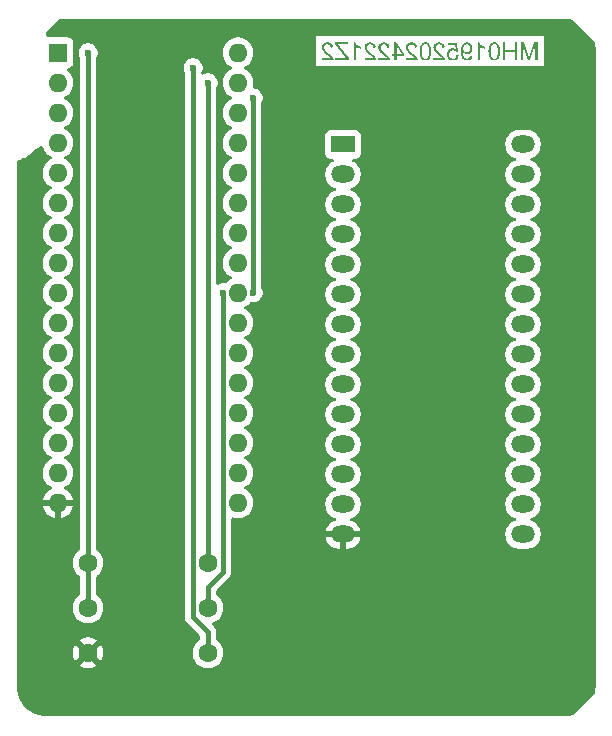
<source format=gbr>
%TF.GenerationSoftware,KiCad,Pcbnew,9.0.6*%
%TF.CreationDate,2026-01-11T11:48:49+09:00*%
%TF.ProjectId,MH01952024221Z2_1Mbit_mask-rom_adaptor,4d483031-3935-4323-9032-343232315a32,rev?*%
%TF.SameCoordinates,Original*%
%TF.FileFunction,Copper,L2,Bot*%
%TF.FilePolarity,Positive*%
%FSLAX46Y46*%
G04 Gerber Fmt 4.6, Leading zero omitted, Abs format (unit mm)*
G04 Created by KiCad (PCBNEW 9.0.6) date 2026-01-11 11:48:49*
%MOMM*%
%LPD*%
G01*
G04 APERTURE LIST*
%ADD10C,0.187500*%
%TA.AperFunction,ComponentPad*%
%ADD11C,1.600000*%
%TD*%
%TA.AperFunction,ComponentPad*%
%ADD12R,1.600000X1.600000*%
%TD*%
%TA.AperFunction,ComponentPad*%
%ADD13O,1.600000X1.600000*%
%TD*%
%TA.AperFunction,ComponentPad*%
%ADD14R,2.000000X1.440000*%
%TD*%
%TA.AperFunction,ComponentPad*%
%ADD15O,2.000000X1.440000*%
%TD*%
%TA.AperFunction,ViaPad*%
%ADD16C,0.600000*%
%TD*%
%TA.AperFunction,Conductor*%
%ADD17C,0.400000*%
%TD*%
G04 APERTURE END LIST*
D10*
G36*
X134592149Y-53962500D02*
G01*
X134592149Y-52456010D01*
X134293013Y-52456010D01*
X133937456Y-53523137D01*
X133865740Y-53746253D01*
X133785781Y-53504636D01*
X133426103Y-52456010D01*
X133158657Y-52456010D01*
X133158657Y-53962500D01*
X133350266Y-53962500D01*
X133350266Y-52700924D01*
X133786789Y-53962500D01*
X133966124Y-53962500D01*
X134400541Y-52679400D01*
X134400541Y-53962500D01*
X134592149Y-53962500D01*
G37*
G36*
X132831586Y-53962500D02*
G01*
X132831586Y-52456010D01*
X132632833Y-52456010D01*
X132632833Y-53077363D01*
X131852019Y-53077363D01*
X131852019Y-52456010D01*
X131653267Y-52456010D01*
X131653267Y-53962500D01*
X131852019Y-53962500D01*
X131852019Y-53251753D01*
X132632833Y-53251753D01*
X132632833Y-53962500D01*
X132831586Y-53962500D01*
G37*
G36*
X131013601Y-52460589D02*
G01*
X131103178Y-52490293D01*
X131179558Y-52538442D01*
X131243766Y-52603108D01*
X131298168Y-52685630D01*
X131342498Y-52789218D01*
X131371017Y-52899124D01*
X131390182Y-53040138D01*
X131397269Y-53218597D01*
X131389666Y-53398229D01*
X131368810Y-53544275D01*
X131337224Y-53661935D01*
X131296802Y-53755842D01*
X131248709Y-53829967D01*
X131181176Y-53897969D01*
X131103335Y-53946054D01*
X131013138Y-53975606D01*
X130907440Y-53985947D01*
X130800635Y-53975434D01*
X130710780Y-53945563D01*
X130634407Y-53897195D01*
X130570219Y-53832185D01*
X130516002Y-53749466D01*
X130472017Y-53645869D01*
X130443702Y-53535944D01*
X130424712Y-53395555D01*
X130417703Y-53218597D01*
X130417728Y-53218047D01*
X130607205Y-53218047D01*
X130614797Y-53414625D01*
X130634345Y-53553476D01*
X130661699Y-53647897D01*
X130693850Y-53709250D01*
X130742005Y-53765199D01*
X130792947Y-53802742D01*
X130847549Y-53824683D01*
X130907440Y-53832074D01*
X130967411Y-53824705D01*
X131022057Y-53802843D01*
X131073002Y-53765460D01*
X131121122Y-53709800D01*
X131153199Y-53648707D01*
X131180525Y-53554378D01*
X131200076Y-53415314D01*
X131207676Y-53218047D01*
X131199601Y-53022594D01*
X131178532Y-52880399D01*
X131148505Y-52779978D01*
X131112421Y-52711457D01*
X131070343Y-52663586D01*
X131023313Y-52630631D01*
X130970313Y-52610841D01*
X130909547Y-52604021D01*
X130848494Y-52611416D01*
X130793173Y-52633290D01*
X130741925Y-52670554D01*
X130693850Y-52725837D01*
X130661774Y-52786682D01*
X130634419Y-52880913D01*
X130614827Y-53020159D01*
X130607205Y-53218047D01*
X130417728Y-53218047D01*
X130427287Y-53006432D01*
X130451500Y-52863132D01*
X130493023Y-52738136D01*
X130544740Y-52639467D01*
X130588440Y-52582420D01*
X130638495Y-52535861D01*
X130695407Y-52498874D01*
X130757865Y-52472324D01*
X130828053Y-52455873D01*
X130907440Y-52450148D01*
X131013601Y-52460589D01*
G37*
G36*
X129536047Y-53962500D02*
G01*
X129720512Y-53962500D01*
X129720512Y-52784089D01*
X129793914Y-52845160D01*
X129895176Y-52911492D01*
X130001743Y-52969154D01*
X130089349Y-53007021D01*
X130089349Y-52831167D01*
X129989025Y-52777796D01*
X129899141Y-52718432D01*
X129818881Y-52653114D01*
X129745247Y-52579732D01*
X129691693Y-52512365D01*
X129654933Y-52450148D01*
X129536047Y-52450148D01*
X129536047Y-53962500D01*
G37*
G36*
X128690879Y-52459173D02*
G01*
X128778786Y-52485329D01*
X128857826Y-52528299D01*
X128929531Y-52589183D01*
X128987350Y-52662432D01*
X129029135Y-52746502D01*
X129055137Y-52843468D01*
X129064262Y-52956097D01*
X129055512Y-53065229D01*
X129030585Y-53159220D01*
X128990549Y-53240725D01*
X128935210Y-53311745D01*
X128866298Y-53371302D01*
X128791702Y-53412943D01*
X128710100Y-53438058D01*
X128619587Y-53446659D01*
X128546542Y-53440528D01*
X128477703Y-53422364D01*
X128412042Y-53391979D01*
X128352016Y-53351245D01*
X128301947Y-53303783D01*
X128260917Y-53249188D01*
X128259909Y-53286191D01*
X128266833Y-53400389D01*
X128287570Y-53512421D01*
X128320377Y-53616579D01*
X128356263Y-53688734D01*
X128403141Y-53747586D01*
X128461226Y-53793056D01*
X128529339Y-53822009D01*
X128610336Y-53832074D01*
X128674436Y-53825383D01*
X128728003Y-53806373D01*
X128773277Y-53775471D01*
X128808817Y-53733527D01*
X128837905Y-53674377D01*
X128859373Y-53593204D01*
X129036601Y-53609782D01*
X129018753Y-53697712D01*
X128990137Y-53771936D01*
X128951410Y-53834603D01*
X128902420Y-53887303D01*
X128844041Y-53929575D01*
X128777651Y-53960213D01*
X128701763Y-53979274D01*
X128614458Y-53985947D01*
X128506665Y-53975674D01*
X128410987Y-53945867D01*
X128324939Y-53896737D01*
X128251232Y-53830196D01*
X128189264Y-53744598D01*
X128139009Y-53636618D01*
X128106528Y-53520826D01*
X128084599Y-53370311D01*
X128076452Y-53177564D01*
X128084920Y-52992020D01*
X128092115Y-52947579D01*
X128281433Y-52947579D01*
X128291558Y-53049823D01*
X128319598Y-53130658D01*
X128363956Y-53194783D01*
X128423800Y-53244235D01*
X128492973Y-53273771D01*
X128574433Y-53283993D01*
X128655423Y-53273884D01*
X128725763Y-53244428D01*
X128788115Y-53194783D01*
X128835498Y-53130661D01*
X128864480Y-53054497D01*
X128874668Y-52962875D01*
X128863866Y-52860393D01*
X128833244Y-52775329D01*
X128783535Y-52703947D01*
X128717623Y-52647416D01*
X128647025Y-52614902D01*
X128569304Y-52604021D01*
X128494132Y-52614267D01*
X128427164Y-52644598D01*
X128365971Y-52696803D01*
X128320314Y-52763276D01*
X128291688Y-52845432D01*
X128281433Y-52947579D01*
X128092115Y-52947579D01*
X128107224Y-52854251D01*
X128139467Y-52754322D01*
X128189008Y-52662787D01*
X128250310Y-52588450D01*
X128323931Y-52529191D01*
X128407786Y-52485237D01*
X128496569Y-52459016D01*
X128591927Y-52450148D01*
X128690879Y-52459173D01*
G37*
G36*
X127897758Y-53563895D02*
G01*
X127704134Y-53547500D01*
X127681916Y-53638651D01*
X127648252Y-53708281D01*
X127604209Y-53760724D01*
X127548491Y-53800292D01*
X127486164Y-53823950D01*
X127415165Y-53832074D01*
X127350723Y-53825699D01*
X127292536Y-53807045D01*
X127239197Y-53775988D01*
X127189759Y-53731324D01*
X127150431Y-53678560D01*
X127121781Y-53617545D01*
X127103845Y-53546719D01*
X127097527Y-53464061D01*
X127103654Y-53385462D01*
X127120962Y-53318970D01*
X127148488Y-53262455D01*
X127186187Y-53214292D01*
X127250297Y-53164051D01*
X127326449Y-53133507D01*
X127418187Y-53122793D01*
X127503775Y-53133290D01*
X127579113Y-53164009D01*
X127643592Y-53211704D01*
X127691770Y-53270804D01*
X127864968Y-53248272D01*
X127719430Y-52473595D01*
X126972505Y-52473595D01*
X126972505Y-52647984D01*
X127571877Y-52647984D01*
X127652843Y-53056664D01*
X127559103Y-53002080D01*
X127465104Y-52970529D01*
X127369003Y-52960127D01*
X127273197Y-52968923D01*
X127187170Y-52994536D01*
X127108931Y-53036816D01*
X127037077Y-53096964D01*
X126978494Y-53169346D01*
X126936596Y-53250830D01*
X126910784Y-53343192D01*
X126901797Y-53448857D01*
X126909534Y-53549728D01*
X126932056Y-53641326D01*
X126968957Y-53725253D01*
X127020682Y-53802765D01*
X127082822Y-53868834D01*
X127152110Y-53919399D01*
X127229500Y-53955739D01*
X127316520Y-53978155D01*
X127415165Y-53985947D01*
X127516624Y-53978133D01*
X127604796Y-53955811D01*
X127681926Y-53919916D01*
X127749747Y-53870359D01*
X127807076Y-53808547D01*
X127850604Y-53737896D01*
X127880958Y-53657007D01*
X127897758Y-53563895D01*
G37*
G36*
X125761946Y-53788110D02*
G01*
X125761946Y-53962500D01*
X126754793Y-53962500D01*
X126750450Y-53897196D01*
X126733269Y-53834638D01*
X126685306Y-53736391D01*
X126611911Y-53635245D01*
X126516857Y-53536052D01*
X126370568Y-53408190D01*
X126208487Y-53267975D01*
X126102893Y-53163958D01*
X126039650Y-53088538D01*
X125989524Y-53006716D01*
X125962130Y-52933113D01*
X125953554Y-52865513D01*
X125962402Y-52795431D01*
X125988252Y-52734275D01*
X126031956Y-52679767D01*
X126088243Y-52638345D01*
X126155338Y-52612960D01*
X126236296Y-52604021D01*
X126321800Y-52613578D01*
X126391716Y-52640591D01*
X126449520Y-52684529D01*
X126492781Y-52742753D01*
X126520118Y-52815645D01*
X126530395Y-52907370D01*
X126719988Y-52887770D01*
X126702213Y-52782115D01*
X126671311Y-52694528D01*
X126628390Y-52621968D01*
X126573443Y-52562164D01*
X126507221Y-52514718D01*
X126429792Y-52479879D01*
X126339037Y-52457920D01*
X126232266Y-52450148D01*
X126124858Y-52458469D01*
X126033804Y-52481991D01*
X125956244Y-52519420D01*
X125889990Y-52570682D01*
X125834565Y-52634920D01*
X125795645Y-52705130D01*
X125772067Y-52782620D01*
X125763961Y-52869269D01*
X125773082Y-52958578D01*
X125800872Y-53047413D01*
X125847495Y-53133577D01*
X125923329Y-53231786D01*
X126025131Y-53335233D01*
X126207628Y-53497400D01*
X126358044Y-53627710D01*
X126420852Y-53687635D01*
X126464567Y-53738666D01*
X126498613Y-53788110D01*
X125761946Y-53788110D01*
G37*
G36*
X125181082Y-52460589D02*
G01*
X125270659Y-52490293D01*
X125347038Y-52538442D01*
X125411247Y-52603108D01*
X125465648Y-52685630D01*
X125509979Y-52789218D01*
X125538497Y-52899124D01*
X125557663Y-53040138D01*
X125564750Y-53218597D01*
X125557147Y-53398229D01*
X125536291Y-53544275D01*
X125504705Y-53661935D01*
X125464283Y-53755842D01*
X125416190Y-53829967D01*
X125348657Y-53897969D01*
X125270816Y-53946054D01*
X125180619Y-53975606D01*
X125074921Y-53985947D01*
X124968116Y-53975434D01*
X124878261Y-53945563D01*
X124801888Y-53897195D01*
X124737700Y-53832185D01*
X124683483Y-53749466D01*
X124639497Y-53645869D01*
X124611182Y-53535944D01*
X124592193Y-53395555D01*
X124585184Y-53218597D01*
X124585209Y-53218047D01*
X124774686Y-53218047D01*
X124782278Y-53414625D01*
X124801826Y-53553476D01*
X124829179Y-53647897D01*
X124861331Y-53709250D01*
X124909486Y-53765199D01*
X124960428Y-53802742D01*
X125015030Y-53824683D01*
X125074921Y-53832074D01*
X125134892Y-53824705D01*
X125189537Y-53802843D01*
X125240483Y-53765460D01*
X125288603Y-53709800D01*
X125320680Y-53648707D01*
X125348006Y-53554378D01*
X125367556Y-53415314D01*
X125375157Y-53218047D01*
X125367082Y-53022594D01*
X125346013Y-52880399D01*
X125315986Y-52779978D01*
X125279902Y-52711457D01*
X125237824Y-52663586D01*
X125190794Y-52630631D01*
X125137794Y-52610841D01*
X125077028Y-52604021D01*
X125015975Y-52611416D01*
X124960654Y-52633290D01*
X124909406Y-52670554D01*
X124861331Y-52725837D01*
X124829255Y-52786682D01*
X124801900Y-52880913D01*
X124782308Y-53020159D01*
X124774686Y-53218047D01*
X124585209Y-53218047D01*
X124594768Y-53006432D01*
X124618981Y-52863132D01*
X124660504Y-52738136D01*
X124712221Y-52639467D01*
X124755920Y-52582420D01*
X124805975Y-52535861D01*
X124862888Y-52498874D01*
X124925346Y-52472324D01*
X124995534Y-52455873D01*
X125074921Y-52450148D01*
X125181082Y-52460589D01*
G37*
G36*
X123428938Y-53788110D02*
G01*
X123428938Y-53962500D01*
X124421785Y-53962500D01*
X124417442Y-53897196D01*
X124400261Y-53834638D01*
X124352299Y-53736391D01*
X124278903Y-53635245D01*
X124183849Y-53536052D01*
X124037561Y-53408190D01*
X123875480Y-53267975D01*
X123769885Y-53163958D01*
X123706642Y-53088538D01*
X123656516Y-53006716D01*
X123629123Y-52933113D01*
X123620547Y-52865513D01*
X123629395Y-52795431D01*
X123655245Y-52734275D01*
X123698949Y-52679767D01*
X123755235Y-52638345D01*
X123822331Y-52612960D01*
X123903288Y-52604021D01*
X123988793Y-52613578D01*
X124058709Y-52640591D01*
X124116512Y-52684529D01*
X124159774Y-52742753D01*
X124187110Y-52815645D01*
X124197387Y-52907370D01*
X124386981Y-52887770D01*
X124369205Y-52782115D01*
X124338303Y-52694528D01*
X124295382Y-52621968D01*
X124240435Y-52562164D01*
X124174214Y-52514718D01*
X124096785Y-52479879D01*
X124006029Y-52457920D01*
X123899258Y-52450148D01*
X123791851Y-52458469D01*
X123700796Y-52481991D01*
X123623236Y-52519420D01*
X123556982Y-52570682D01*
X123501557Y-52634920D01*
X123462638Y-52705130D01*
X123439059Y-52782620D01*
X123430953Y-52869269D01*
X123440074Y-52958578D01*
X123467864Y-53047413D01*
X123514487Y-53133577D01*
X123590322Y-53231786D01*
X123692124Y-53335233D01*
X123874620Y-53497400D01*
X124025036Y-53627710D01*
X124087844Y-53687635D01*
X124131560Y-53738666D01*
X124165605Y-53788110D01*
X123428938Y-53788110D01*
G37*
G36*
X123292193Y-53434935D02*
G01*
X123292193Y-53603463D01*
X122640522Y-53603463D01*
X122640522Y-53962500D01*
X122456058Y-53962500D01*
X122456058Y-53603463D01*
X122253184Y-53603463D01*
X122253184Y-53434935D01*
X122456058Y-53434935D01*
X122640522Y-53434935D01*
X123110842Y-53434935D01*
X122640522Y-52757894D01*
X122640522Y-53434935D01*
X122456058Y-53434935D01*
X122456058Y-52461871D01*
X122606725Y-52461871D01*
X123292193Y-53434935D01*
G37*
G36*
X121095930Y-53788110D02*
G01*
X121095930Y-53962500D01*
X122088778Y-53962500D01*
X122084435Y-53897196D01*
X122067254Y-53834638D01*
X122019291Y-53736391D01*
X121945896Y-53635245D01*
X121850841Y-53536052D01*
X121704553Y-53408190D01*
X121542472Y-53267975D01*
X121436878Y-53163958D01*
X121373635Y-53088538D01*
X121323509Y-53006716D01*
X121296115Y-52933113D01*
X121287539Y-52865513D01*
X121296387Y-52795431D01*
X121322237Y-52734275D01*
X121365941Y-52679767D01*
X121422228Y-52638345D01*
X121489323Y-52612960D01*
X121570281Y-52604021D01*
X121655785Y-52613578D01*
X121725701Y-52640591D01*
X121783505Y-52684529D01*
X121826766Y-52742753D01*
X121854103Y-52815645D01*
X121864380Y-52907370D01*
X122053973Y-52887770D01*
X122036198Y-52782115D01*
X122005296Y-52694528D01*
X121962374Y-52621968D01*
X121907427Y-52562164D01*
X121841206Y-52514718D01*
X121763777Y-52479879D01*
X121673022Y-52457920D01*
X121566251Y-52450148D01*
X121458843Y-52458469D01*
X121367788Y-52481991D01*
X121290228Y-52519420D01*
X121223975Y-52570682D01*
X121168550Y-52634920D01*
X121129630Y-52705130D01*
X121106052Y-52782620D01*
X121097946Y-52869269D01*
X121107066Y-52958578D01*
X121134857Y-53047413D01*
X121181480Y-53133577D01*
X121257314Y-53231786D01*
X121359116Y-53335233D01*
X121541613Y-53497400D01*
X121692028Y-53627710D01*
X121754837Y-53687635D01*
X121798552Y-53738666D01*
X121832597Y-53788110D01*
X121095930Y-53788110D01*
G37*
G36*
X119929427Y-53788110D02*
G01*
X119929427Y-53962500D01*
X120922274Y-53962500D01*
X120917931Y-53897196D01*
X120900750Y-53834638D01*
X120852787Y-53736391D01*
X120779392Y-53635245D01*
X120684337Y-53536052D01*
X120538049Y-53408190D01*
X120375968Y-53267975D01*
X120270374Y-53163958D01*
X120207131Y-53088538D01*
X120157005Y-53006716D01*
X120129611Y-52933113D01*
X120121035Y-52865513D01*
X120129883Y-52795431D01*
X120155733Y-52734275D01*
X120199437Y-52679767D01*
X120255724Y-52638345D01*
X120322819Y-52612960D01*
X120403777Y-52604021D01*
X120489281Y-52613578D01*
X120559197Y-52640591D01*
X120617001Y-52684529D01*
X120660262Y-52742753D01*
X120687599Y-52815645D01*
X120697876Y-52907370D01*
X120887469Y-52887770D01*
X120869694Y-52782115D01*
X120838792Y-52694528D01*
X120795871Y-52621968D01*
X120740924Y-52562164D01*
X120674702Y-52514718D01*
X120597273Y-52479879D01*
X120506518Y-52457920D01*
X120399747Y-52450148D01*
X120292339Y-52458469D01*
X120201285Y-52481991D01*
X120123724Y-52519420D01*
X120057471Y-52570682D01*
X120002046Y-52634920D01*
X119963126Y-52705130D01*
X119939548Y-52782620D01*
X119931442Y-52869269D01*
X119940562Y-52958578D01*
X119968353Y-53047413D01*
X120014976Y-53133577D01*
X120090810Y-53231786D01*
X120192612Y-53335233D01*
X120375109Y-53497400D01*
X120525524Y-53627710D01*
X120588333Y-53687635D01*
X120632048Y-53738666D01*
X120666094Y-53788110D01*
X119929427Y-53788110D01*
G37*
G36*
X119037513Y-53962500D02*
G01*
X119221977Y-53962500D01*
X119221977Y-52784089D01*
X119295379Y-52845160D01*
X119396641Y-52911492D01*
X119503208Y-52969154D01*
X119590814Y-53007021D01*
X119590814Y-52831167D01*
X119490491Y-52777796D01*
X119400607Y-52718432D01*
X119320346Y-52653114D01*
X119246712Y-52579732D01*
X119193159Y-52512365D01*
X119156398Y-52450148D01*
X119037513Y-52450148D01*
X119037513Y-53962500D01*
G37*
G36*
X118610790Y-53962500D02*
G01*
X118610790Y-53780874D01*
X117841242Y-52810284D01*
X117759133Y-52711076D01*
X117685537Y-52630399D01*
X118523687Y-52630399D01*
X118523687Y-52456010D01*
X117447767Y-52456010D01*
X117447767Y-52630399D01*
X118291137Y-53681681D01*
X118382270Y-53788110D01*
X117423220Y-53788110D01*
X117423220Y-53962500D01*
X118610790Y-53962500D01*
G37*
G36*
X116314144Y-53788110D02*
G01*
X116314144Y-53962500D01*
X117306991Y-53962500D01*
X117302648Y-53897196D01*
X117285467Y-53834638D01*
X117237505Y-53736391D01*
X117164109Y-53635245D01*
X117069055Y-53536052D01*
X116922767Y-53408190D01*
X116760685Y-53267975D01*
X116655091Y-53163958D01*
X116591848Y-53088538D01*
X116541722Y-53006716D01*
X116514329Y-52933113D01*
X116505753Y-52865513D01*
X116514601Y-52795431D01*
X116540451Y-52734275D01*
X116584155Y-52679767D01*
X116640441Y-52638345D01*
X116707537Y-52612960D01*
X116788494Y-52604021D01*
X116873998Y-52613578D01*
X116943914Y-52640591D01*
X117001718Y-52684529D01*
X117044979Y-52742753D01*
X117072316Y-52815645D01*
X117082593Y-52907370D01*
X117272187Y-52887770D01*
X117254411Y-52782115D01*
X117223509Y-52694528D01*
X117180588Y-52621968D01*
X117125641Y-52562164D01*
X117059420Y-52514718D01*
X116981991Y-52479879D01*
X116891235Y-52457920D01*
X116784464Y-52450148D01*
X116677056Y-52458469D01*
X116586002Y-52481991D01*
X116508442Y-52519420D01*
X116442188Y-52570682D01*
X116386763Y-52634920D01*
X116347844Y-52705130D01*
X116324265Y-52782620D01*
X116316159Y-52869269D01*
X116325280Y-52958578D01*
X116353070Y-53047413D01*
X116399693Y-53133577D01*
X116475527Y-53231786D01*
X116577330Y-53335233D01*
X116759826Y-53497400D01*
X116910242Y-53627710D01*
X116973050Y-53687635D01*
X117016766Y-53738666D01*
X117050811Y-53788110D01*
X116314144Y-53788110D01*
G37*
D11*
%TO.P,R2,1*%
%TO.N,Net-(J1-Pin_24)*%
X106680000Y-100330000D03*
%TO.P,R2,2*%
%TO.N,/VCC*%
X96520000Y-100330000D03*
%TD*%
D12*
%TO.P,J1,1,Pin_1*%
%TO.N,Net-(J1-Pin_1)*%
X93974500Y-53340000D03*
D13*
%TO.P,J1,2,Pin_2*%
%TO.N,/A16*%
X93974500Y-55880000D03*
%TO.P,J1,3,Pin_3*%
%TO.N,/A15*%
X93974500Y-58420000D03*
%TO.P,J1,4,Pin_4*%
%TO.N,/A12*%
X93974500Y-60960000D03*
%TO.P,J1,5,Pin_5*%
%TO.N,/A7*%
X93974500Y-63500000D03*
%TO.P,J1,6,Pin_6*%
%TO.N,/A6*%
X93974500Y-66040000D03*
%TO.P,J1,7,Pin_7*%
%TO.N,/A5*%
X93974500Y-68580000D03*
%TO.P,J1,8,Pin_8*%
%TO.N,/A4*%
X93974500Y-71120000D03*
%TO.P,J1,9,Pin_9*%
%TO.N,/A3*%
X93974500Y-73660000D03*
%TO.P,J1,10,Pin_10*%
%TO.N,/A2*%
X93974500Y-76200000D03*
%TO.P,J1,11,Pin_11*%
%TO.N,/A1*%
X93974500Y-78740000D03*
%TO.P,J1,12,Pin_12*%
%TO.N,/A0*%
X93974500Y-81280000D03*
%TO.P,J1,13,Pin_13*%
%TO.N,/D0*%
X93974500Y-83820000D03*
%TO.P,J1,14,Pin_14*%
%TO.N,/D1*%
X93974500Y-86360000D03*
%TO.P,J1,15,Pin_15*%
%TO.N,/D2*%
X93974500Y-88900000D03*
%TO.P,J1,16,Pin_16*%
%TO.N,/GND*%
X93974500Y-91440000D03*
%TO.P,J1,17,Pin_17*%
%TO.N,/D3*%
X109214500Y-91440000D03*
%TO.P,J1,18,Pin_18*%
%TO.N,/D4*%
X109214500Y-88900000D03*
%TO.P,J1,19,Pin_19*%
%TO.N,/D5*%
X109214500Y-86360000D03*
%TO.P,J1,20,Pin_20*%
%TO.N,/D6*%
X109214500Y-83820000D03*
%TO.P,J1,21,Pin_21*%
%TO.N,/D7*%
X109214500Y-81280000D03*
%TO.P,J1,22,Pin_22*%
%TO.N,/~CE*%
X109214500Y-78740000D03*
%TO.P,J1,23,Pin_23*%
%TO.N,/A10*%
X109214500Y-76200000D03*
%TO.P,J1,24,Pin_24*%
%TO.N,Net-(J1-Pin_24)*%
X109214500Y-73660000D03*
%TO.P,J1,25,Pin_25*%
%TO.N,/A11*%
X109214500Y-71120000D03*
%TO.P,J1,26,Pin_26*%
%TO.N,/A9*%
X109214500Y-68580000D03*
%TO.P,J1,27,Pin_27*%
%TO.N,/A8*%
X109214500Y-66040000D03*
%TO.P,J1,28,Pin_28*%
%TO.N,/A13*%
X109214500Y-63500000D03*
%TO.P,J1,29,Pin_29*%
%TO.N,/A14*%
X109214500Y-60960000D03*
%TO.P,J1,30,Pin_30*%
%TO.N,unconnected-(J1-Pin_30-Pad30)*%
X109214500Y-58420000D03*
%TO.P,J1,31,Pin_31*%
%TO.N,Net-(J1-Pin_31)*%
X109214500Y-55880000D03*
%TO.P,J1,32,Pin_32*%
%TO.N,/VCC*%
X109214500Y-53340000D03*
%TD*%
D11*
%TO.P,R1,1*%
%TO.N,Net-(J1-Pin_31)*%
X106680000Y-96520000D03*
%TO.P,R1,2*%
%TO.N,/VCC*%
X96520000Y-96520000D03*
%TD*%
%TO.P,R3,1*%
%TO.N,Net-(J1-Pin_1)*%
X106680000Y-104140000D03*
%TO.P,R3,2*%
%TO.N,/GND*%
X96520000Y-104140000D03*
%TD*%
D14*
%TO.P,U2,1,A15*%
%TO.N,/A15*%
X118110000Y-61087000D03*
D15*
%TO.P,U2,2,A12*%
%TO.N,/A12*%
X118110000Y-63627000D03*
%TO.P,U2,3,A7*%
%TO.N,/A7*%
X118110000Y-66167000D03*
%TO.P,U2,4,A6*%
%TO.N,/A6*%
X118110000Y-68707000D03*
%TO.P,U2,5,A5*%
%TO.N,/A5*%
X118110000Y-71247000D03*
%TO.P,U2,6,A4*%
%TO.N,/A4*%
X118110000Y-73787000D03*
%TO.P,U2,7,A3*%
%TO.N,/A3*%
X118110000Y-76327000D03*
%TO.P,U2,8,A2*%
%TO.N,/A2*%
X118110000Y-78867000D03*
%TO.P,U2,9,A1*%
%TO.N,/A1*%
X118110000Y-81407000D03*
%TO.P,U2,10,A0*%
%TO.N,/A0*%
X118110000Y-83947000D03*
%TO.P,U2,11,D0*%
%TO.N,/D0*%
X118110000Y-86487000D03*
%TO.P,U2,12,D1*%
%TO.N,/D1*%
X118110000Y-89027000D03*
%TO.P,U2,13,D2*%
%TO.N,/D2*%
X118110000Y-91567000D03*
%TO.P,U2,14,GND*%
%TO.N,/GND*%
X118110000Y-94107000D03*
%TO.P,U2,15,D3*%
%TO.N,/D3*%
X133350000Y-94107000D03*
%TO.P,U2,16,D4*%
%TO.N,/D4*%
X133350000Y-91567000D03*
%TO.P,U2,17,D5*%
%TO.N,/D5*%
X133350000Y-89027000D03*
%TO.P,U2,18,D6*%
%TO.N,/D6*%
X133350000Y-86487000D03*
%TO.P,U2,19,D7*%
%TO.N,/D7*%
X133350000Y-83947000D03*
%TO.P,U2,20,~{CE}*%
%TO.N,/~CE*%
X133350000Y-81407000D03*
%TO.P,U2,21,A10*%
%TO.N,/A10*%
X133350000Y-78867000D03*
%TO.P,U2,22,A16*%
%TO.N,/A16*%
X133350000Y-76327000D03*
%TO.P,U2,23,A11*%
%TO.N,/A11*%
X133350000Y-73787000D03*
%TO.P,U2,24,A9*%
%TO.N,/A9*%
X133350000Y-71247000D03*
%TO.P,U2,25,A8*%
%TO.N,/A8*%
X133350000Y-68707000D03*
%TO.P,U2,26,A13*%
%TO.N,/A13*%
X133350000Y-66167000D03*
%TO.P,U2,27,A14*%
%TO.N,/A14*%
X133350000Y-63627000D03*
%TO.P,U2,28,VCC*%
%TO.N,/VCC*%
X133350000Y-61087000D03*
%TD*%
D16*
%TO.N,Net-(J1-Pin_1)*%
X105410000Y-54610000D03*
%TO.N,Net-(J1-Pin_31)*%
X106680000Y-55880000D03*
%TO.N,/VCC*%
X96520000Y-53340000D03*
%TO.N,Net-(J1-Pin_24)*%
X107950000Y-73660000D03*
%TO.N,/A16*%
X110490000Y-73660000D03*
X110490000Y-57150000D03*
%TD*%
D17*
%TO.N,Net-(J1-Pin_1)*%
X106680000Y-102362000D02*
X106680000Y-104140000D01*
X105410000Y-101092000D02*
X106680000Y-102362000D01*
X105410000Y-54610000D02*
X105410000Y-101092000D01*
%TO.N,Net-(J1-Pin_31)*%
X106680000Y-55880000D02*
X106680000Y-96520000D01*
%TO.N,/VCC*%
X96520000Y-53340000D02*
X96520000Y-96520000D01*
X96520000Y-96520000D02*
X96520000Y-100330000D01*
%TO.N,Net-(J1-Pin_24)*%
X107950000Y-73660000D02*
X107950000Y-97282000D01*
X107950000Y-97282000D02*
X106680000Y-98552000D01*
X106680000Y-98552000D02*
X106680000Y-100330000D01*
%TO.N,/A16*%
X110490000Y-73660000D02*
X110490000Y-57150000D01*
%TD*%
%TA.AperFunction,Conductor*%
%TO.N,/GND*%
G36*
X137003801Y-50500730D02*
G01*
X137031109Y-50502381D01*
X137293686Y-50518264D01*
X137308763Y-50520095D01*
X137528896Y-50560436D01*
X137592291Y-50592387D01*
X137595275Y-50595275D01*
X139404723Y-52404723D01*
X139438749Y-52467035D01*
X139439564Y-52471106D01*
X139479902Y-52691222D01*
X139481736Y-52706326D01*
X139499270Y-52996197D01*
X139499500Y-53003805D01*
X139499500Y-106996194D01*
X139499270Y-107003802D01*
X139481736Y-107293673D01*
X139479902Y-107308777D01*
X139439564Y-107528892D01*
X139407610Y-107592292D01*
X139404723Y-107595275D01*
X137595275Y-109404723D01*
X137532963Y-109438749D01*
X137528892Y-109439564D01*
X137308777Y-109479902D01*
X137293673Y-109481736D01*
X137003802Y-109499270D01*
X136996194Y-109499500D01*
X93003806Y-109499500D01*
X92996198Y-109499270D01*
X92706326Y-109481736D01*
X92691222Y-109479902D01*
X92409328Y-109428243D01*
X92394558Y-109424603D01*
X92120937Y-109339339D01*
X92106711Y-109333943D01*
X91845375Y-109216325D01*
X91831903Y-109209255D01*
X91586635Y-109060985D01*
X91574130Y-109052353D01*
X91479560Y-108978263D01*
X91468179Y-108968179D01*
X91031819Y-108531819D01*
X91021738Y-108520441D01*
X90947643Y-108425866D01*
X90939016Y-108413367D01*
X90790740Y-108168090D01*
X90783674Y-108154624D01*
X90666056Y-107893288D01*
X90660663Y-107879071D01*
X90575393Y-107605429D01*
X90571758Y-107590682D01*
X90520095Y-107308765D01*
X90518264Y-107293684D01*
X90500730Y-107003801D01*
X90500500Y-106996194D01*
X90500500Y-104037691D01*
X95220000Y-104037691D01*
X95220000Y-104242308D01*
X95252011Y-104444420D01*
X95315243Y-104639025D01*
X95315246Y-104639034D01*
X95408140Y-104821350D01*
X95440523Y-104865920D01*
X95440524Y-104865920D01*
X96120000Y-104186444D01*
X96120000Y-104192661D01*
X96147259Y-104294394D01*
X96199920Y-104385606D01*
X96274394Y-104460080D01*
X96365606Y-104512741D01*
X96467339Y-104540000D01*
X96473554Y-104540000D01*
X95794078Y-105219475D01*
X95838647Y-105251857D01*
X95838654Y-105251861D01*
X96020965Y-105344753D01*
X96020974Y-105344756D01*
X96215579Y-105407988D01*
X96417691Y-105440000D01*
X96622309Y-105440000D01*
X96824420Y-105407988D01*
X97019025Y-105344756D01*
X97019034Y-105344753D01*
X97201350Y-105251859D01*
X97245920Y-105219475D01*
X97245920Y-105219473D01*
X96566447Y-104540000D01*
X96572661Y-104540000D01*
X96674394Y-104512741D01*
X96765606Y-104460080D01*
X96840080Y-104385606D01*
X96892741Y-104294394D01*
X96920000Y-104192661D01*
X96920000Y-104186447D01*
X97599473Y-104865920D01*
X97599475Y-104865920D01*
X97631859Y-104821350D01*
X97724753Y-104639034D01*
X97724756Y-104639025D01*
X97787988Y-104444420D01*
X97820000Y-104242308D01*
X97820000Y-104037691D01*
X97787988Y-103835579D01*
X97724756Y-103640974D01*
X97724753Y-103640965D01*
X97631861Y-103458654D01*
X97631857Y-103458647D01*
X97599475Y-103414078D01*
X96920000Y-104093553D01*
X96920000Y-104087339D01*
X96892741Y-103985606D01*
X96840080Y-103894394D01*
X96765606Y-103819920D01*
X96674394Y-103767259D01*
X96572661Y-103740000D01*
X96566446Y-103740000D01*
X97245920Y-103060524D01*
X97245920Y-103060523D01*
X97201350Y-103028140D01*
X97019034Y-102935246D01*
X97019025Y-102935243D01*
X96824420Y-102872011D01*
X96622309Y-102840000D01*
X96417691Y-102840000D01*
X96215579Y-102872011D01*
X96020974Y-102935243D01*
X96020971Y-102935244D01*
X95838650Y-103028141D01*
X95838641Y-103028146D01*
X95794078Y-103060523D01*
X95794078Y-103060525D01*
X96473553Y-103740000D01*
X96467339Y-103740000D01*
X96365606Y-103767259D01*
X96274394Y-103819920D01*
X96199920Y-103894394D01*
X96147259Y-103985606D01*
X96120000Y-104087339D01*
X96120000Y-104093553D01*
X95440525Y-103414078D01*
X95440523Y-103414078D01*
X95408146Y-103458641D01*
X95408141Y-103458650D01*
X95315244Y-103640971D01*
X95315243Y-103640974D01*
X95252011Y-103835579D01*
X95220000Y-104037691D01*
X90500500Y-104037691D01*
X90500500Y-96417648D01*
X95219500Y-96417648D01*
X95219500Y-96622352D01*
X95251523Y-96824534D01*
X95314780Y-97019219D01*
X95314781Y-97019220D01*
X95407714Y-97201612D01*
X95528034Y-97367220D01*
X95672779Y-97511965D01*
X95767560Y-97580826D01*
X95810914Y-97637048D01*
X95819500Y-97682763D01*
X95819500Y-99167236D01*
X95799498Y-99235357D01*
X95767561Y-99269172D01*
X95672778Y-99338035D01*
X95528034Y-99482779D01*
X95407714Y-99648387D01*
X95314781Y-99830779D01*
X95314778Y-99830785D01*
X95251524Y-100025461D01*
X95251523Y-100025464D01*
X95251523Y-100025466D01*
X95219500Y-100227648D01*
X95219500Y-100432352D01*
X95251523Y-100634534D01*
X95314780Y-100829219D01*
X95314781Y-100829220D01*
X95407714Y-101011612D01*
X95528034Y-101177220D01*
X95672779Y-101321965D01*
X95838387Y-101442285D01*
X95838390Y-101442287D01*
X96020781Y-101535220D01*
X96215466Y-101598477D01*
X96417648Y-101630500D01*
X96417651Y-101630500D01*
X96622349Y-101630500D01*
X96622352Y-101630500D01*
X96824534Y-101598477D01*
X97019219Y-101535220D01*
X97201610Y-101442287D01*
X97367219Y-101321966D01*
X97511966Y-101177219D01*
X97632287Y-101011610D01*
X97725220Y-100829219D01*
X97788477Y-100634534D01*
X97820500Y-100432352D01*
X97820500Y-100227648D01*
X97788477Y-100025466D01*
X97725220Y-99830781D01*
X97632287Y-99648390D01*
X97511966Y-99482781D01*
X97511965Y-99482779D01*
X97367221Y-99338035D01*
X97272439Y-99269172D01*
X97229085Y-99212949D01*
X97220500Y-99167236D01*
X97220500Y-97682763D01*
X97240502Y-97614642D01*
X97272440Y-97580826D01*
X97367220Y-97511965D01*
X97511965Y-97367220D01*
X97511966Y-97367219D01*
X97632287Y-97201610D01*
X97725220Y-97019219D01*
X97788477Y-96824534D01*
X97820500Y-96622352D01*
X97820500Y-96417648D01*
X97788477Y-96215466D01*
X97725220Y-96020781D01*
X97632287Y-95838390D01*
X97511966Y-95672781D01*
X97511965Y-95672779D01*
X97367221Y-95528035D01*
X97272439Y-95459172D01*
X97229085Y-95402949D01*
X97220500Y-95357236D01*
X97220500Y-54531155D01*
X104609500Y-54531155D01*
X104609500Y-54688844D01*
X104640263Y-54843497D01*
X104640265Y-54843502D01*
X104699909Y-54987496D01*
X104709500Y-55035714D01*
X104709500Y-101160997D01*
X104736420Y-101296328D01*
X104736421Y-101296331D01*
X104755926Y-101343421D01*
X104789225Y-101423811D01*
X104865886Y-101538543D01*
X104865890Y-101538547D01*
X105942595Y-102615252D01*
X105976621Y-102677564D01*
X105979500Y-102704347D01*
X105979500Y-102977236D01*
X105959498Y-103045357D01*
X105927561Y-103079172D01*
X105832778Y-103148035D01*
X105688034Y-103292779D01*
X105567714Y-103458387D01*
X105474781Y-103640779D01*
X105474778Y-103640785D01*
X105411524Y-103835461D01*
X105411523Y-103835464D01*
X105411523Y-103835466D01*
X105379500Y-104037648D01*
X105379500Y-104242352D01*
X105387743Y-104294394D01*
X105411524Y-104444538D01*
X105442541Y-104540000D01*
X105474780Y-104639219D01*
X105474781Y-104639220D01*
X105567714Y-104821612D01*
X105688034Y-104987220D01*
X105832779Y-105131965D01*
X105998387Y-105252285D01*
X105998390Y-105252287D01*
X106180781Y-105345220D01*
X106375466Y-105408477D01*
X106577648Y-105440500D01*
X106577651Y-105440500D01*
X106782349Y-105440500D01*
X106782352Y-105440500D01*
X106984534Y-105408477D01*
X107179219Y-105345220D01*
X107361610Y-105252287D01*
X107527219Y-105131966D01*
X107671966Y-104987219D01*
X107792287Y-104821610D01*
X107885220Y-104639219D01*
X107948477Y-104444534D01*
X107980500Y-104242352D01*
X107980500Y-104037648D01*
X107948477Y-103835466D01*
X107885220Y-103640781D01*
X107792287Y-103458390D01*
X107671966Y-103292781D01*
X107671965Y-103292779D01*
X107527221Y-103148035D01*
X107432439Y-103079172D01*
X107389085Y-103022949D01*
X107380500Y-102977236D01*
X107380500Y-102293008D01*
X107380499Y-102293004D01*
X107353580Y-102157672D01*
X107300775Y-102030189D01*
X107224114Y-101915457D01*
X107071505Y-101762848D01*
X107037479Y-101700536D01*
X107042544Y-101629721D01*
X107085091Y-101572885D01*
X107121662Y-101553921D01*
X107179219Y-101535220D01*
X107361610Y-101442287D01*
X107527219Y-101321966D01*
X107671966Y-101177219D01*
X107792287Y-101011610D01*
X107885220Y-100829219D01*
X107948477Y-100634534D01*
X107980500Y-100432352D01*
X107980500Y-100227648D01*
X107948477Y-100025466D01*
X107885220Y-99830781D01*
X107792287Y-99648390D01*
X107671966Y-99482781D01*
X107671965Y-99482779D01*
X107527221Y-99338035D01*
X107432439Y-99269172D01*
X107389085Y-99212949D01*
X107380500Y-99167236D01*
X107380500Y-98894347D01*
X107400502Y-98826226D01*
X107417405Y-98805252D01*
X108494114Y-97728543D01*
X108570775Y-97613811D01*
X108623580Y-97486329D01*
X108636674Y-97420500D01*
X108650500Y-97350993D01*
X108650500Y-92797595D01*
X108670502Y-92729474D01*
X108724158Y-92682981D01*
X108794432Y-92672877D01*
X108815429Y-92677760D01*
X108909966Y-92708477D01*
X109112148Y-92740500D01*
X109112151Y-92740500D01*
X109316849Y-92740500D01*
X109316852Y-92740500D01*
X109519034Y-92708477D01*
X109713719Y-92645220D01*
X109896110Y-92552287D01*
X110061719Y-92431966D01*
X110206466Y-92287219D01*
X110326787Y-92121610D01*
X110419720Y-91939219D01*
X110482977Y-91744534D01*
X110515000Y-91542352D01*
X110515000Y-91337648D01*
X110482977Y-91135466D01*
X110419720Y-90940781D01*
X110326787Y-90758390D01*
X110237908Y-90636057D01*
X110206465Y-90592779D01*
X110061720Y-90448034D01*
X109896112Y-90327714D01*
X109864021Y-90311363D01*
X109806914Y-90282265D01*
X109755301Y-90233519D01*
X109738235Y-90164604D01*
X109761136Y-90097402D01*
X109806914Y-90057734D01*
X109896110Y-90012287D01*
X110061719Y-89891966D01*
X110206466Y-89747219D01*
X110326787Y-89581610D01*
X110419720Y-89399219D01*
X110482977Y-89204534D01*
X110515000Y-89002352D01*
X110515000Y-88797648D01*
X110482977Y-88595466D01*
X110419720Y-88400781D01*
X110326787Y-88218390D01*
X110237908Y-88096057D01*
X110206465Y-88052779D01*
X110061720Y-87908034D01*
X109896112Y-87787714D01*
X109864021Y-87771363D01*
X109806914Y-87742265D01*
X109755301Y-87693519D01*
X109738235Y-87624604D01*
X109761136Y-87557402D01*
X109806914Y-87517734D01*
X109896110Y-87472287D01*
X110061719Y-87351966D01*
X110206466Y-87207219D01*
X110326787Y-87041610D01*
X110419720Y-86859219D01*
X110482977Y-86664534D01*
X110515000Y-86462352D01*
X110515000Y-86257648D01*
X110482977Y-86055466D01*
X110419720Y-85860781D01*
X110326787Y-85678390D01*
X110237908Y-85556057D01*
X110206465Y-85512779D01*
X110061720Y-85368034D01*
X109896112Y-85247714D01*
X109864021Y-85231363D01*
X109806914Y-85202265D01*
X109755301Y-85153519D01*
X109738235Y-85084604D01*
X109761136Y-85017402D01*
X109806914Y-84977734D01*
X109896110Y-84932287D01*
X110061719Y-84811966D01*
X110206466Y-84667219D01*
X110326787Y-84501610D01*
X110419720Y-84319219D01*
X110482977Y-84124534D01*
X110515000Y-83922352D01*
X110515000Y-83717648D01*
X110482977Y-83515466D01*
X110419720Y-83320781D01*
X110326787Y-83138390D01*
X110237908Y-83016057D01*
X110206465Y-82972779D01*
X110061720Y-82828034D01*
X109896112Y-82707714D01*
X109864021Y-82691363D01*
X109806914Y-82662265D01*
X109755301Y-82613519D01*
X109738235Y-82544604D01*
X109761136Y-82477402D01*
X109806914Y-82437734D01*
X109896110Y-82392287D01*
X110061719Y-82271966D01*
X110206466Y-82127219D01*
X110326787Y-81961610D01*
X110419720Y-81779219D01*
X110482977Y-81584534D01*
X110515000Y-81382352D01*
X110515000Y-81177648D01*
X110482977Y-80975466D01*
X110419720Y-80780781D01*
X110326787Y-80598390D01*
X110237908Y-80476057D01*
X110206465Y-80432779D01*
X110061720Y-80288034D01*
X109896112Y-80167714D01*
X109864021Y-80151363D01*
X109806914Y-80122265D01*
X109755301Y-80073519D01*
X109738235Y-80004604D01*
X109761136Y-79937402D01*
X109806914Y-79897734D01*
X109896110Y-79852287D01*
X110061719Y-79731966D01*
X110206466Y-79587219D01*
X110326787Y-79421610D01*
X110419720Y-79239219D01*
X110482977Y-79044534D01*
X110515000Y-78842352D01*
X110515000Y-78637648D01*
X110482977Y-78435466D01*
X110419720Y-78240781D01*
X110326787Y-78058390D01*
X110237908Y-77936057D01*
X110206465Y-77892779D01*
X110061720Y-77748034D01*
X109896112Y-77627714D01*
X109864021Y-77611363D01*
X109806914Y-77582265D01*
X109755301Y-77533519D01*
X109738235Y-77464604D01*
X109761136Y-77397402D01*
X109806914Y-77357734D01*
X109896110Y-77312287D01*
X110061719Y-77191966D01*
X110206466Y-77047219D01*
X110326787Y-76881610D01*
X110419720Y-76699219D01*
X110482977Y-76504534D01*
X110515000Y-76302352D01*
X110515000Y-76097648D01*
X110482977Y-75895466D01*
X110419720Y-75700781D01*
X110326787Y-75518390D01*
X110237908Y-75396057D01*
X110206465Y-75352779D01*
X110061720Y-75208034D01*
X109896112Y-75087714D01*
X109864021Y-75071363D01*
X109806914Y-75042265D01*
X109755301Y-74993519D01*
X109738235Y-74924604D01*
X109761136Y-74857402D01*
X109806914Y-74817734D01*
X109896110Y-74772287D01*
X110061719Y-74651966D01*
X110206466Y-74507219D01*
X110214559Y-74496078D01*
X110270780Y-74452725D01*
X110341078Y-74446560D01*
X110411158Y-74460500D01*
X110568841Y-74460500D01*
X110568842Y-74460500D01*
X110723497Y-74429737D01*
X110869179Y-74369394D01*
X111000289Y-74281789D01*
X111111789Y-74170289D01*
X111199394Y-74039179D01*
X111259737Y-73893497D01*
X111290500Y-73738842D01*
X111290500Y-73581158D01*
X111259737Y-73426503D01*
X111200090Y-73282503D01*
X111190500Y-73234286D01*
X111190500Y-60319121D01*
X116609500Y-60319121D01*
X116609500Y-61854864D01*
X116609502Y-61854885D01*
X116615908Y-61914480D01*
X116615908Y-61914481D01*
X116666201Y-62049326D01*
X116666203Y-62049329D01*
X116666204Y-62049331D01*
X116683389Y-62072287D01*
X116752453Y-62164546D01*
X116810061Y-62207671D01*
X116867669Y-62250796D01*
X116867671Y-62250796D01*
X116867673Y-62250798D01*
X116928030Y-62273309D01*
X117002514Y-62301090D01*
X117002517Y-62301091D01*
X117062127Y-62307500D01*
X117206457Y-62307499D01*
X117274575Y-62327501D01*
X117321068Y-62381156D01*
X117331173Y-62451430D01*
X117301680Y-62516011D01*
X117263659Y-62545765D01*
X117190318Y-62583135D01*
X117034895Y-62696057D01*
X117034892Y-62696059D01*
X116899059Y-62831892D01*
X116899057Y-62831895D01*
X116786137Y-62987315D01*
X116698919Y-63158489D01*
X116698916Y-63158495D01*
X116639554Y-63341193D01*
X116639553Y-63341198D01*
X116639553Y-63341199D01*
X116609500Y-63530945D01*
X116609500Y-63723055D01*
X116622406Y-63804538D01*
X116639554Y-63912806D01*
X116667632Y-63999220D01*
X116698918Y-64095509D01*
X116786135Y-64266681D01*
X116899055Y-64422102D01*
X116899057Y-64422104D01*
X116899059Y-64422107D01*
X117034892Y-64557940D01*
X117034895Y-64557942D01*
X117034898Y-64557945D01*
X117190319Y-64670865D01*
X117361491Y-64758082D01*
X117419372Y-64776888D01*
X117420229Y-64777167D01*
X117478835Y-64817241D01*
X117506472Y-64882637D01*
X117494365Y-64952594D01*
X117446359Y-65004900D01*
X117420229Y-65016833D01*
X117361495Y-65035916D01*
X117361489Y-65035919D01*
X117190315Y-65123137D01*
X117034895Y-65236057D01*
X117034892Y-65236059D01*
X116899059Y-65371892D01*
X116899057Y-65371895D01*
X116786137Y-65527315D01*
X116698919Y-65698489D01*
X116698916Y-65698495D01*
X116639554Y-65881193D01*
X116639553Y-65881198D01*
X116639553Y-65881199D01*
X116609500Y-66070945D01*
X116609500Y-66263055D01*
X116622406Y-66344538D01*
X116639554Y-66452806D01*
X116667632Y-66539220D01*
X116698918Y-66635509D01*
X116786135Y-66806681D01*
X116899055Y-66962102D01*
X116899057Y-66962104D01*
X116899059Y-66962107D01*
X117034892Y-67097940D01*
X117034895Y-67097942D01*
X117034898Y-67097945D01*
X117190319Y-67210865D01*
X117361491Y-67298082D01*
X117419372Y-67316888D01*
X117420229Y-67317167D01*
X117478835Y-67357241D01*
X117506472Y-67422637D01*
X117494365Y-67492594D01*
X117446359Y-67544900D01*
X117420229Y-67556833D01*
X117361495Y-67575916D01*
X117361489Y-67575919D01*
X117190315Y-67663137D01*
X117034895Y-67776057D01*
X117034892Y-67776059D01*
X116899059Y-67911892D01*
X116899057Y-67911895D01*
X116786137Y-68067315D01*
X116698919Y-68238489D01*
X116698916Y-68238495D01*
X116639554Y-68421193D01*
X116639553Y-68421198D01*
X116639553Y-68421199D01*
X116609500Y-68610945D01*
X116609500Y-68803055D01*
X116622406Y-68884538D01*
X116639554Y-68992806D01*
X116667632Y-69079220D01*
X116698918Y-69175509D01*
X116786135Y-69346681D01*
X116899055Y-69502102D01*
X116899057Y-69502104D01*
X116899059Y-69502107D01*
X117034892Y-69637940D01*
X117034895Y-69637942D01*
X117034898Y-69637945D01*
X117190319Y-69750865D01*
X117361491Y-69838082D01*
X117419372Y-69856888D01*
X117420229Y-69857167D01*
X117478835Y-69897241D01*
X117506472Y-69962637D01*
X117494365Y-70032594D01*
X117446359Y-70084900D01*
X117420229Y-70096833D01*
X117361495Y-70115916D01*
X117361489Y-70115919D01*
X117190315Y-70203137D01*
X117034895Y-70316057D01*
X117034892Y-70316059D01*
X116899059Y-70451892D01*
X116899057Y-70451895D01*
X116786137Y-70607315D01*
X116698919Y-70778489D01*
X116698916Y-70778495D01*
X116639554Y-70961193D01*
X116639553Y-70961198D01*
X116639553Y-70961199D01*
X116609500Y-71150945D01*
X116609500Y-71343055D01*
X116622406Y-71424538D01*
X116639554Y-71532806D01*
X116667632Y-71619220D01*
X116698918Y-71715509D01*
X116786135Y-71886681D01*
X116899055Y-72042102D01*
X116899057Y-72042104D01*
X116899059Y-72042107D01*
X117034892Y-72177940D01*
X117034895Y-72177942D01*
X117034898Y-72177945D01*
X117190319Y-72290865D01*
X117361491Y-72378082D01*
X117419372Y-72396888D01*
X117420229Y-72397167D01*
X117478835Y-72437241D01*
X117506472Y-72502637D01*
X117494365Y-72572594D01*
X117446359Y-72624900D01*
X117420229Y-72636833D01*
X117361495Y-72655916D01*
X117361489Y-72655919D01*
X117190315Y-72743137D01*
X117034895Y-72856057D01*
X117034892Y-72856059D01*
X116899059Y-72991892D01*
X116899057Y-72991895D01*
X116786137Y-73147315D01*
X116698919Y-73318489D01*
X116698916Y-73318495D01*
X116639554Y-73501193D01*
X116639553Y-73501198D01*
X116639553Y-73501199D01*
X116609500Y-73690945D01*
X116609500Y-73883055D01*
X116622406Y-73964538D01*
X116639554Y-74072806D01*
X116671229Y-74170291D01*
X116698918Y-74255509D01*
X116756946Y-74369394D01*
X116786137Y-74426684D01*
X116788355Y-74429737D01*
X116899055Y-74582102D01*
X116899057Y-74582104D01*
X116899059Y-74582107D01*
X117034892Y-74717940D01*
X117034895Y-74717942D01*
X117034898Y-74717945D01*
X117190319Y-74830865D01*
X117361491Y-74918082D01*
X117419372Y-74936888D01*
X117420229Y-74937167D01*
X117478835Y-74977241D01*
X117506472Y-75042637D01*
X117494365Y-75112594D01*
X117446359Y-75164900D01*
X117420229Y-75176833D01*
X117361495Y-75195916D01*
X117361489Y-75195919D01*
X117190315Y-75283137D01*
X117034895Y-75396057D01*
X117034892Y-75396059D01*
X116899059Y-75531892D01*
X116899057Y-75531895D01*
X116786137Y-75687315D01*
X116698919Y-75858489D01*
X116698916Y-75858495D01*
X116639554Y-76041193D01*
X116639553Y-76041198D01*
X116639553Y-76041199D01*
X116609500Y-76230945D01*
X116609500Y-76423055D01*
X116622406Y-76504538D01*
X116639554Y-76612806D01*
X116667632Y-76699220D01*
X116698918Y-76795509D01*
X116786135Y-76966681D01*
X116899055Y-77122102D01*
X116899057Y-77122104D01*
X116899059Y-77122107D01*
X117034892Y-77257940D01*
X117034895Y-77257942D01*
X117034898Y-77257945D01*
X117190319Y-77370865D01*
X117361491Y-77458082D01*
X117419372Y-77476888D01*
X117420229Y-77477167D01*
X117478835Y-77517241D01*
X117506472Y-77582637D01*
X117494365Y-77652594D01*
X117446359Y-77704900D01*
X117420229Y-77716833D01*
X117361495Y-77735916D01*
X117361489Y-77735919D01*
X117190315Y-77823137D01*
X117034895Y-77936057D01*
X117034892Y-77936059D01*
X116899059Y-78071892D01*
X116899057Y-78071895D01*
X116786137Y-78227315D01*
X116698919Y-78398489D01*
X116698916Y-78398495D01*
X116639554Y-78581193D01*
X116639553Y-78581198D01*
X116639553Y-78581199D01*
X116609500Y-78770945D01*
X116609500Y-78963055D01*
X116622406Y-79044538D01*
X116639554Y-79152806D01*
X116667632Y-79239220D01*
X116698918Y-79335509D01*
X116786135Y-79506681D01*
X116899055Y-79662102D01*
X116899057Y-79662104D01*
X116899059Y-79662107D01*
X117034892Y-79797940D01*
X117034895Y-79797942D01*
X117034898Y-79797945D01*
X117190319Y-79910865D01*
X117361491Y-79998082D01*
X117419372Y-80016888D01*
X117420229Y-80017167D01*
X117478835Y-80057241D01*
X117506472Y-80122637D01*
X117494365Y-80192594D01*
X117446359Y-80244900D01*
X117420229Y-80256833D01*
X117361495Y-80275916D01*
X117361489Y-80275919D01*
X117190315Y-80363137D01*
X117034895Y-80476057D01*
X117034892Y-80476059D01*
X116899059Y-80611892D01*
X116899057Y-80611895D01*
X116786137Y-80767315D01*
X116698919Y-80938489D01*
X116698916Y-80938495D01*
X116639554Y-81121193D01*
X116639553Y-81121198D01*
X116639553Y-81121199D01*
X116609500Y-81310945D01*
X116609500Y-81503055D01*
X116622406Y-81584538D01*
X116639554Y-81692806D01*
X116667632Y-81779220D01*
X116698918Y-81875509D01*
X116786135Y-82046681D01*
X116899055Y-82202102D01*
X116899057Y-82202104D01*
X116899059Y-82202107D01*
X117034892Y-82337940D01*
X117034895Y-82337942D01*
X117034898Y-82337945D01*
X117190319Y-82450865D01*
X117361491Y-82538082D01*
X117419372Y-82556888D01*
X117420229Y-82557167D01*
X117478835Y-82597241D01*
X117506472Y-82662637D01*
X117494365Y-82732594D01*
X117446359Y-82784900D01*
X117420229Y-82796833D01*
X117361495Y-82815916D01*
X117361489Y-82815919D01*
X117190315Y-82903137D01*
X117034895Y-83016057D01*
X117034892Y-83016059D01*
X116899059Y-83151892D01*
X116899057Y-83151895D01*
X116786137Y-83307315D01*
X116698919Y-83478489D01*
X116698916Y-83478495D01*
X116639554Y-83661193D01*
X116639553Y-83661198D01*
X116639553Y-83661199D01*
X116609500Y-83850945D01*
X116609500Y-84043055D01*
X116622406Y-84124538D01*
X116639554Y-84232806D01*
X116667632Y-84319220D01*
X116698918Y-84415509D01*
X116786135Y-84586681D01*
X116899055Y-84742102D01*
X116899057Y-84742104D01*
X116899059Y-84742107D01*
X117034892Y-84877940D01*
X117034895Y-84877942D01*
X117034898Y-84877945D01*
X117190319Y-84990865D01*
X117361491Y-85078082D01*
X117419372Y-85096888D01*
X117420229Y-85097167D01*
X117478835Y-85137241D01*
X117506472Y-85202637D01*
X117494365Y-85272594D01*
X117446359Y-85324900D01*
X117420229Y-85336833D01*
X117361495Y-85355916D01*
X117361489Y-85355919D01*
X117190315Y-85443137D01*
X117034895Y-85556057D01*
X117034892Y-85556059D01*
X116899059Y-85691892D01*
X116899057Y-85691895D01*
X116786137Y-85847315D01*
X116698919Y-86018489D01*
X116698916Y-86018495D01*
X116639554Y-86201193D01*
X116639553Y-86201198D01*
X116639553Y-86201199D01*
X116609500Y-86390945D01*
X116609500Y-86583055D01*
X116622406Y-86664538D01*
X116639554Y-86772806D01*
X116667632Y-86859220D01*
X116698918Y-86955509D01*
X116786135Y-87126681D01*
X116899055Y-87282102D01*
X116899057Y-87282104D01*
X116899059Y-87282107D01*
X117034892Y-87417940D01*
X117034895Y-87417942D01*
X117034898Y-87417945D01*
X117190319Y-87530865D01*
X117361491Y-87618082D01*
X117419372Y-87636888D01*
X117420229Y-87637167D01*
X117478835Y-87677241D01*
X117506472Y-87742637D01*
X117494365Y-87812594D01*
X117446359Y-87864900D01*
X117420229Y-87876833D01*
X117361495Y-87895916D01*
X117361489Y-87895919D01*
X117190315Y-87983137D01*
X117034895Y-88096057D01*
X117034892Y-88096059D01*
X116899059Y-88231892D01*
X116899057Y-88231895D01*
X116786137Y-88387315D01*
X116698919Y-88558489D01*
X116698916Y-88558495D01*
X116639554Y-88741193D01*
X116639553Y-88741198D01*
X116639553Y-88741199D01*
X116609500Y-88930945D01*
X116609500Y-89123055D01*
X116622406Y-89204538D01*
X116639554Y-89312806D01*
X116667632Y-89399220D01*
X116698918Y-89495509D01*
X116786135Y-89666681D01*
X116899055Y-89822102D01*
X116899057Y-89822104D01*
X116899059Y-89822107D01*
X117034892Y-89957940D01*
X117034895Y-89957942D01*
X117034898Y-89957945D01*
X117190319Y-90070865D01*
X117361491Y-90158082D01*
X117415640Y-90175676D01*
X117420229Y-90177167D01*
X117478835Y-90217241D01*
X117506472Y-90282637D01*
X117494365Y-90352594D01*
X117446359Y-90404900D01*
X117420229Y-90416833D01*
X117361495Y-90435916D01*
X117361489Y-90435919D01*
X117190315Y-90523137D01*
X117034895Y-90636057D01*
X117034892Y-90636059D01*
X116899059Y-90771892D01*
X116899057Y-90771895D01*
X116786137Y-90927315D01*
X116698919Y-91098489D01*
X116698916Y-91098495D01*
X116639554Y-91281193D01*
X116639553Y-91281198D01*
X116639553Y-91281199D01*
X116609500Y-91470945D01*
X116609500Y-91663055D01*
X116633208Y-91812741D01*
X116639554Y-91852806D01*
X116667632Y-91939220D01*
X116698918Y-92035509D01*
X116786135Y-92206681D01*
X116899055Y-92362102D01*
X116899057Y-92362104D01*
X116899059Y-92362107D01*
X117034892Y-92497940D01*
X117034895Y-92497942D01*
X117034898Y-92497945D01*
X117190319Y-92610865D01*
X117361491Y-92698082D01*
X117421039Y-92717430D01*
X117479645Y-92757503D01*
X117507282Y-92822900D01*
X117495175Y-92892857D01*
X117447169Y-92945163D01*
X117421040Y-92957096D01*
X117361684Y-92976382D01*
X117361681Y-92976383D01*
X117190577Y-93063565D01*
X117035221Y-93176438D01*
X117035218Y-93176440D01*
X116899440Y-93312218D01*
X116899438Y-93312221D01*
X116786565Y-93467577D01*
X116699383Y-93638681D01*
X116699380Y-93638687D01*
X116640042Y-93821310D01*
X116634389Y-93857000D01*
X117676988Y-93857000D01*
X117644075Y-93914007D01*
X117610000Y-94041174D01*
X117610000Y-94172826D01*
X117644075Y-94299993D01*
X117676988Y-94357000D01*
X116634389Y-94357000D01*
X116640042Y-94392689D01*
X116699380Y-94575312D01*
X116699383Y-94575318D01*
X116786565Y-94746422D01*
X116899438Y-94901778D01*
X116899440Y-94901781D01*
X117035218Y-95037559D01*
X117035221Y-95037561D01*
X117190577Y-95150434D01*
X117361681Y-95237616D01*
X117361687Y-95237619D01*
X117544311Y-95296957D01*
X117733987Y-95327000D01*
X117860000Y-95327000D01*
X117860000Y-94540012D01*
X117917007Y-94572925D01*
X118044174Y-94607000D01*
X118175826Y-94607000D01*
X118302993Y-94572925D01*
X118360000Y-94540012D01*
X118360000Y-95327000D01*
X118486013Y-95327000D01*
X118675688Y-95296957D01*
X118858312Y-95237619D01*
X118858318Y-95237616D01*
X119029422Y-95150434D01*
X119184778Y-95037561D01*
X119184781Y-95037559D01*
X119320559Y-94901781D01*
X119320561Y-94901778D01*
X119433434Y-94746422D01*
X119520616Y-94575318D01*
X119520619Y-94575312D01*
X119579957Y-94392689D01*
X119585611Y-94357000D01*
X118543012Y-94357000D01*
X118575925Y-94299993D01*
X118610000Y-94172826D01*
X118610000Y-94041174D01*
X118575925Y-93914007D01*
X118543012Y-93857000D01*
X119585610Y-93857000D01*
X119579957Y-93821310D01*
X119520619Y-93638687D01*
X119520616Y-93638681D01*
X119433434Y-93467577D01*
X119320561Y-93312221D01*
X119320559Y-93312218D01*
X119184781Y-93176440D01*
X119184778Y-93176438D01*
X119029422Y-93063565D01*
X118858318Y-92976383D01*
X118858312Y-92976380D01*
X118798960Y-92957096D01*
X118740354Y-92917023D01*
X118712717Y-92851626D01*
X118724824Y-92781669D01*
X118772830Y-92729363D01*
X118798956Y-92717431D01*
X118858509Y-92698082D01*
X119029681Y-92610865D01*
X119185102Y-92497945D01*
X119320945Y-92362102D01*
X119433865Y-92206681D01*
X119521082Y-92035509D01*
X119580447Y-91852801D01*
X119610500Y-91663055D01*
X119610500Y-91470945D01*
X119580447Y-91281199D01*
X119521082Y-91098491D01*
X119433865Y-90927319D01*
X119320945Y-90771898D01*
X119320942Y-90771895D01*
X119320940Y-90771892D01*
X119185107Y-90636059D01*
X119185104Y-90636057D01*
X119185102Y-90636055D01*
X119029681Y-90523135D01*
X118858509Y-90435918D01*
X118858506Y-90435917D01*
X118858504Y-90435916D01*
X118826818Y-90425621D01*
X118799769Y-90416832D01*
X118741164Y-90376760D01*
X118713527Y-90311363D01*
X118725634Y-90241406D01*
X118773640Y-90189100D01*
X118799767Y-90177168D01*
X118858509Y-90158082D01*
X119029681Y-90070865D01*
X119185102Y-89957945D01*
X119320945Y-89822102D01*
X119433865Y-89666681D01*
X119521082Y-89495509D01*
X119580447Y-89312801D01*
X119610500Y-89123055D01*
X119610500Y-88930945D01*
X119580447Y-88741199D01*
X119521082Y-88558491D01*
X119433865Y-88387319D01*
X119320945Y-88231898D01*
X119320942Y-88231895D01*
X119320940Y-88231892D01*
X119185107Y-88096059D01*
X119185104Y-88096057D01*
X119185102Y-88096055D01*
X119029681Y-87983135D01*
X118858509Y-87895918D01*
X118858506Y-87895917D01*
X118858504Y-87895916D01*
X118826818Y-87885621D01*
X118799769Y-87876832D01*
X118741164Y-87836760D01*
X118713527Y-87771363D01*
X118725634Y-87701406D01*
X118773640Y-87649100D01*
X118799767Y-87637168D01*
X118858509Y-87618082D01*
X119029681Y-87530865D01*
X119185102Y-87417945D01*
X119320945Y-87282102D01*
X119433865Y-87126681D01*
X119521082Y-86955509D01*
X119580447Y-86772801D01*
X119610500Y-86583055D01*
X119610500Y-86390945D01*
X119580447Y-86201199D01*
X119521082Y-86018491D01*
X119433865Y-85847319D01*
X119320945Y-85691898D01*
X119320942Y-85691895D01*
X119320940Y-85691892D01*
X119185107Y-85556059D01*
X119185104Y-85556057D01*
X119185102Y-85556055D01*
X119029681Y-85443135D01*
X118858509Y-85355918D01*
X118858506Y-85355917D01*
X118858504Y-85355916D01*
X118826818Y-85345621D01*
X118799769Y-85336832D01*
X118741164Y-85296760D01*
X118713527Y-85231363D01*
X118725634Y-85161406D01*
X118773640Y-85109100D01*
X118799767Y-85097168D01*
X118858509Y-85078082D01*
X119029681Y-84990865D01*
X119185102Y-84877945D01*
X119320945Y-84742102D01*
X119433865Y-84586681D01*
X119521082Y-84415509D01*
X119580447Y-84232801D01*
X119610500Y-84043055D01*
X119610500Y-83850945D01*
X119580447Y-83661199D01*
X119521082Y-83478491D01*
X119433865Y-83307319D01*
X119320945Y-83151898D01*
X119320942Y-83151895D01*
X119320940Y-83151892D01*
X119185107Y-83016059D01*
X119185104Y-83016057D01*
X119185102Y-83016055D01*
X119029681Y-82903135D01*
X118858509Y-82815918D01*
X118858506Y-82815917D01*
X118858504Y-82815916D01*
X118826818Y-82805621D01*
X118799769Y-82796832D01*
X118741164Y-82756760D01*
X118713527Y-82691363D01*
X118725634Y-82621406D01*
X118773640Y-82569100D01*
X118799767Y-82557168D01*
X118858509Y-82538082D01*
X119029681Y-82450865D01*
X119185102Y-82337945D01*
X119320945Y-82202102D01*
X119433865Y-82046681D01*
X119521082Y-81875509D01*
X119580447Y-81692801D01*
X119610500Y-81503055D01*
X119610500Y-81310945D01*
X119580447Y-81121199D01*
X119521082Y-80938491D01*
X119433865Y-80767319D01*
X119320945Y-80611898D01*
X119320942Y-80611895D01*
X119320940Y-80611892D01*
X119185107Y-80476059D01*
X119185104Y-80476057D01*
X119185102Y-80476055D01*
X119029681Y-80363135D01*
X118858509Y-80275918D01*
X118858506Y-80275917D01*
X118858504Y-80275916D01*
X118826818Y-80265621D01*
X118799769Y-80256832D01*
X118741164Y-80216760D01*
X118713527Y-80151363D01*
X118725634Y-80081406D01*
X118773640Y-80029100D01*
X118799767Y-80017168D01*
X118858509Y-79998082D01*
X119029681Y-79910865D01*
X119185102Y-79797945D01*
X119320945Y-79662102D01*
X119433865Y-79506681D01*
X119521082Y-79335509D01*
X119580447Y-79152801D01*
X119610500Y-78963055D01*
X119610500Y-78770945D01*
X119580447Y-78581199D01*
X119521082Y-78398491D01*
X119433865Y-78227319D01*
X119320945Y-78071898D01*
X119320942Y-78071895D01*
X119320940Y-78071892D01*
X119185107Y-77936059D01*
X119185104Y-77936057D01*
X119185102Y-77936055D01*
X119029681Y-77823135D01*
X118858509Y-77735918D01*
X118858506Y-77735917D01*
X118858504Y-77735916D01*
X118826818Y-77725621D01*
X118799769Y-77716832D01*
X118741164Y-77676760D01*
X118713527Y-77611363D01*
X118725634Y-77541406D01*
X118773640Y-77489100D01*
X118799767Y-77477168D01*
X118858509Y-77458082D01*
X119029681Y-77370865D01*
X119185102Y-77257945D01*
X119320945Y-77122102D01*
X119433865Y-76966681D01*
X119521082Y-76795509D01*
X119580447Y-76612801D01*
X119610500Y-76423055D01*
X119610500Y-76230945D01*
X119580447Y-76041199D01*
X119521082Y-75858491D01*
X119433865Y-75687319D01*
X119320945Y-75531898D01*
X119320942Y-75531895D01*
X119320940Y-75531892D01*
X119185107Y-75396059D01*
X119185104Y-75396057D01*
X119185102Y-75396055D01*
X119029681Y-75283135D01*
X118858509Y-75195918D01*
X118858506Y-75195917D01*
X118858504Y-75195916D01*
X118826818Y-75185621D01*
X118799769Y-75176832D01*
X118741164Y-75136760D01*
X118713527Y-75071363D01*
X118725634Y-75001406D01*
X118773640Y-74949100D01*
X118799767Y-74937168D01*
X118858509Y-74918082D01*
X119029681Y-74830865D01*
X119185102Y-74717945D01*
X119320945Y-74582102D01*
X119433865Y-74426681D01*
X119521082Y-74255509D01*
X119580447Y-74072801D01*
X119610500Y-73883055D01*
X119610500Y-73690945D01*
X119580447Y-73501199D01*
X119521082Y-73318491D01*
X119433865Y-73147319D01*
X119320945Y-72991898D01*
X119320942Y-72991895D01*
X119320940Y-72991892D01*
X119185107Y-72856059D01*
X119185104Y-72856057D01*
X119185102Y-72856055D01*
X119029681Y-72743135D01*
X118858509Y-72655918D01*
X118858506Y-72655917D01*
X118858504Y-72655916D01*
X118826818Y-72645621D01*
X118799769Y-72636832D01*
X118741164Y-72596760D01*
X118713527Y-72531363D01*
X118725634Y-72461406D01*
X118773640Y-72409100D01*
X118799767Y-72397168D01*
X118858509Y-72378082D01*
X119029681Y-72290865D01*
X119185102Y-72177945D01*
X119320945Y-72042102D01*
X119433865Y-71886681D01*
X119521082Y-71715509D01*
X119580447Y-71532801D01*
X119610500Y-71343055D01*
X119610500Y-71150945D01*
X119580447Y-70961199D01*
X119521082Y-70778491D01*
X119433865Y-70607319D01*
X119320945Y-70451898D01*
X119320942Y-70451895D01*
X119320940Y-70451892D01*
X119185107Y-70316059D01*
X119185104Y-70316057D01*
X119185102Y-70316055D01*
X119029681Y-70203135D01*
X118858509Y-70115918D01*
X118858506Y-70115917D01*
X118858504Y-70115916D01*
X118826818Y-70105621D01*
X118799769Y-70096832D01*
X118741164Y-70056760D01*
X118713527Y-69991363D01*
X118725634Y-69921406D01*
X118773640Y-69869100D01*
X118799767Y-69857168D01*
X118858509Y-69838082D01*
X119029681Y-69750865D01*
X119185102Y-69637945D01*
X119320945Y-69502102D01*
X119433865Y-69346681D01*
X119521082Y-69175509D01*
X119580447Y-68992801D01*
X119610500Y-68803055D01*
X119610500Y-68610945D01*
X119580447Y-68421199D01*
X119521082Y-68238491D01*
X119433865Y-68067319D01*
X119320945Y-67911898D01*
X119320942Y-67911895D01*
X119320940Y-67911892D01*
X119185107Y-67776059D01*
X119185104Y-67776057D01*
X119185102Y-67776055D01*
X119029681Y-67663135D01*
X118858509Y-67575918D01*
X118858506Y-67575917D01*
X118858504Y-67575916D01*
X118826818Y-67565621D01*
X118799769Y-67556832D01*
X118741164Y-67516760D01*
X118713527Y-67451363D01*
X118725634Y-67381406D01*
X118773640Y-67329100D01*
X118799767Y-67317168D01*
X118858509Y-67298082D01*
X119029681Y-67210865D01*
X119185102Y-67097945D01*
X119320945Y-66962102D01*
X119433865Y-66806681D01*
X119521082Y-66635509D01*
X119580447Y-66452801D01*
X119610500Y-66263055D01*
X119610500Y-66070945D01*
X119580447Y-65881199D01*
X119521082Y-65698491D01*
X119433865Y-65527319D01*
X119320945Y-65371898D01*
X119320942Y-65371895D01*
X119320940Y-65371892D01*
X119185107Y-65236059D01*
X119185104Y-65236057D01*
X119185102Y-65236055D01*
X119029681Y-65123135D01*
X118858509Y-65035918D01*
X118858506Y-65035917D01*
X118858504Y-65035916D01*
X118826818Y-65025621D01*
X118799769Y-65016832D01*
X118741164Y-64976760D01*
X118713527Y-64911363D01*
X118725634Y-64841406D01*
X118773640Y-64789100D01*
X118799767Y-64777168D01*
X118858509Y-64758082D01*
X119029681Y-64670865D01*
X119185102Y-64557945D01*
X119320945Y-64422102D01*
X119433865Y-64266681D01*
X119521082Y-64095509D01*
X119580447Y-63912801D01*
X119610500Y-63723055D01*
X119610500Y-63530945D01*
X119580447Y-63341199D01*
X119521082Y-63158491D01*
X119433865Y-62987319D01*
X119320945Y-62831898D01*
X119320942Y-62831895D01*
X119320940Y-62831892D01*
X119185107Y-62696059D01*
X119185104Y-62696057D01*
X119185102Y-62696055D01*
X119029681Y-62583135D01*
X118956337Y-62545764D01*
X118904724Y-62497018D01*
X118887658Y-62428103D01*
X118910559Y-62360901D01*
X118966156Y-62316749D01*
X119013541Y-62307499D01*
X119157872Y-62307499D01*
X119217483Y-62301091D01*
X119352331Y-62250796D01*
X119467546Y-62164546D01*
X119553796Y-62049331D01*
X119604091Y-61914483D01*
X119610500Y-61854873D01*
X119610499Y-60990945D01*
X131849500Y-60990945D01*
X131849500Y-61183055D01*
X131867384Y-61295967D01*
X131879554Y-61372806D01*
X131938916Y-61555504D01*
X131938918Y-61555509D01*
X132026135Y-61726681D01*
X132139055Y-61882102D01*
X132139057Y-61882104D01*
X132139059Y-61882107D01*
X132274892Y-62017940D01*
X132274895Y-62017942D01*
X132274898Y-62017945D01*
X132430319Y-62130865D01*
X132601491Y-62218082D01*
X132659372Y-62236888D01*
X132660229Y-62237167D01*
X132718835Y-62277241D01*
X132746472Y-62342637D01*
X132734365Y-62412594D01*
X132686359Y-62464900D01*
X132660229Y-62476833D01*
X132601495Y-62495916D01*
X132601489Y-62495919D01*
X132430315Y-62583137D01*
X132274895Y-62696057D01*
X132274892Y-62696059D01*
X132139059Y-62831892D01*
X132139057Y-62831895D01*
X132026137Y-62987315D01*
X131938919Y-63158489D01*
X131938916Y-63158495D01*
X131879554Y-63341193D01*
X131879553Y-63341198D01*
X131879553Y-63341199D01*
X131849500Y-63530945D01*
X131849500Y-63723055D01*
X131862406Y-63804538D01*
X131879554Y-63912806D01*
X131907632Y-63999220D01*
X131938918Y-64095509D01*
X132026135Y-64266681D01*
X132139055Y-64422102D01*
X132139057Y-64422104D01*
X132139059Y-64422107D01*
X132274892Y-64557940D01*
X132274895Y-64557942D01*
X132274898Y-64557945D01*
X132430319Y-64670865D01*
X132601491Y-64758082D01*
X132659372Y-64776888D01*
X132660229Y-64777167D01*
X132718835Y-64817241D01*
X132746472Y-64882637D01*
X132734365Y-64952594D01*
X132686359Y-65004900D01*
X132660229Y-65016833D01*
X132601495Y-65035916D01*
X132601489Y-65035919D01*
X132430315Y-65123137D01*
X132274895Y-65236057D01*
X132274892Y-65236059D01*
X132139059Y-65371892D01*
X132139057Y-65371895D01*
X132026137Y-65527315D01*
X131938919Y-65698489D01*
X131938916Y-65698495D01*
X131879554Y-65881193D01*
X131879553Y-65881198D01*
X131879553Y-65881199D01*
X131849500Y-66070945D01*
X131849500Y-66263055D01*
X131862406Y-66344538D01*
X131879554Y-66452806D01*
X131907632Y-66539220D01*
X131938918Y-66635509D01*
X132026135Y-66806681D01*
X132139055Y-66962102D01*
X132139057Y-66962104D01*
X132139059Y-66962107D01*
X132274892Y-67097940D01*
X132274895Y-67097942D01*
X132274898Y-67097945D01*
X132430319Y-67210865D01*
X132601491Y-67298082D01*
X132659372Y-67316888D01*
X132660229Y-67317167D01*
X132718835Y-67357241D01*
X132746472Y-67422637D01*
X132734365Y-67492594D01*
X132686359Y-67544900D01*
X132660229Y-67556833D01*
X132601495Y-67575916D01*
X132601489Y-67575919D01*
X132430315Y-67663137D01*
X132274895Y-67776057D01*
X132274892Y-67776059D01*
X132139059Y-67911892D01*
X132139057Y-67911895D01*
X132026137Y-68067315D01*
X131938919Y-68238489D01*
X131938916Y-68238495D01*
X131879554Y-68421193D01*
X131879553Y-68421198D01*
X131879553Y-68421199D01*
X131849500Y-68610945D01*
X131849500Y-68803055D01*
X131862406Y-68884538D01*
X131879554Y-68992806D01*
X131907632Y-69079220D01*
X131938918Y-69175509D01*
X132026135Y-69346681D01*
X132139055Y-69502102D01*
X132139057Y-69502104D01*
X132139059Y-69502107D01*
X132274892Y-69637940D01*
X132274895Y-69637942D01*
X132274898Y-69637945D01*
X132430319Y-69750865D01*
X132601491Y-69838082D01*
X132659372Y-69856888D01*
X132660229Y-69857167D01*
X132718835Y-69897241D01*
X132746472Y-69962637D01*
X132734365Y-70032594D01*
X132686359Y-70084900D01*
X132660229Y-70096833D01*
X132601495Y-70115916D01*
X132601489Y-70115919D01*
X132430315Y-70203137D01*
X132274895Y-70316057D01*
X132274892Y-70316059D01*
X132139059Y-70451892D01*
X132139057Y-70451895D01*
X132026137Y-70607315D01*
X131938919Y-70778489D01*
X131938916Y-70778495D01*
X131879554Y-70961193D01*
X131879553Y-70961198D01*
X131879553Y-70961199D01*
X131849500Y-71150945D01*
X131849500Y-71343055D01*
X131862406Y-71424538D01*
X131879554Y-71532806D01*
X131907632Y-71619220D01*
X131938918Y-71715509D01*
X132026135Y-71886681D01*
X132139055Y-72042102D01*
X132139057Y-72042104D01*
X132139059Y-72042107D01*
X132274892Y-72177940D01*
X132274895Y-72177942D01*
X132274898Y-72177945D01*
X132430319Y-72290865D01*
X132601491Y-72378082D01*
X132659372Y-72396888D01*
X132660229Y-72397167D01*
X132718835Y-72437241D01*
X132746472Y-72502637D01*
X132734365Y-72572594D01*
X132686359Y-72624900D01*
X132660229Y-72636833D01*
X132601495Y-72655916D01*
X132601489Y-72655919D01*
X132430315Y-72743137D01*
X132274895Y-72856057D01*
X132274892Y-72856059D01*
X132139059Y-72991892D01*
X132139057Y-72991895D01*
X132026137Y-73147315D01*
X131938919Y-73318489D01*
X131938916Y-73318495D01*
X131879554Y-73501193D01*
X131879553Y-73501198D01*
X131879553Y-73501199D01*
X131849500Y-73690945D01*
X131849500Y-73883055D01*
X131862406Y-73964538D01*
X131879554Y-74072806D01*
X131911229Y-74170291D01*
X131938918Y-74255509D01*
X131996946Y-74369394D01*
X132026137Y-74426684D01*
X132028355Y-74429737D01*
X132139055Y-74582102D01*
X132139057Y-74582104D01*
X132139059Y-74582107D01*
X132274892Y-74717940D01*
X132274895Y-74717942D01*
X132274898Y-74717945D01*
X132430319Y-74830865D01*
X132601491Y-74918082D01*
X132659372Y-74936888D01*
X132660229Y-74937167D01*
X132718835Y-74977241D01*
X132746472Y-75042637D01*
X132734365Y-75112594D01*
X132686359Y-75164900D01*
X132660229Y-75176833D01*
X132601495Y-75195916D01*
X132601489Y-75195919D01*
X132430315Y-75283137D01*
X132274895Y-75396057D01*
X132274892Y-75396059D01*
X132139059Y-75531892D01*
X132139057Y-75531895D01*
X132026137Y-75687315D01*
X131938919Y-75858489D01*
X131938916Y-75858495D01*
X131879554Y-76041193D01*
X131879553Y-76041198D01*
X131879553Y-76041199D01*
X131849500Y-76230945D01*
X131849500Y-76423055D01*
X131862406Y-76504538D01*
X131879554Y-76612806D01*
X131907632Y-76699220D01*
X131938918Y-76795509D01*
X132026135Y-76966681D01*
X132139055Y-77122102D01*
X132139057Y-77122104D01*
X132139059Y-77122107D01*
X132274892Y-77257940D01*
X132274895Y-77257942D01*
X132274898Y-77257945D01*
X132430319Y-77370865D01*
X132601491Y-77458082D01*
X132659372Y-77476888D01*
X132660229Y-77477167D01*
X132718835Y-77517241D01*
X132746472Y-77582637D01*
X132734365Y-77652594D01*
X132686359Y-77704900D01*
X132660229Y-77716833D01*
X132601495Y-77735916D01*
X132601489Y-77735919D01*
X132430315Y-77823137D01*
X132274895Y-77936057D01*
X132274892Y-77936059D01*
X132139059Y-78071892D01*
X132139057Y-78071895D01*
X132026137Y-78227315D01*
X131938919Y-78398489D01*
X131938916Y-78398495D01*
X131879554Y-78581193D01*
X131879553Y-78581198D01*
X131879553Y-78581199D01*
X131849500Y-78770945D01*
X131849500Y-78963055D01*
X131862406Y-79044538D01*
X131879554Y-79152806D01*
X131907632Y-79239220D01*
X131938918Y-79335509D01*
X132026135Y-79506681D01*
X132139055Y-79662102D01*
X132139057Y-79662104D01*
X132139059Y-79662107D01*
X132274892Y-79797940D01*
X132274895Y-79797942D01*
X132274898Y-79797945D01*
X132430319Y-79910865D01*
X132601491Y-79998082D01*
X132659372Y-80016888D01*
X132660229Y-80017167D01*
X132718835Y-80057241D01*
X132746472Y-80122637D01*
X132734365Y-80192594D01*
X132686359Y-80244900D01*
X132660229Y-80256833D01*
X132601495Y-80275916D01*
X132601489Y-80275919D01*
X132430315Y-80363137D01*
X132274895Y-80476057D01*
X132274892Y-80476059D01*
X132139059Y-80611892D01*
X132139057Y-80611895D01*
X132026137Y-80767315D01*
X131938919Y-80938489D01*
X131938916Y-80938495D01*
X131879554Y-81121193D01*
X131879553Y-81121198D01*
X131879553Y-81121199D01*
X131849500Y-81310945D01*
X131849500Y-81503055D01*
X131862406Y-81584538D01*
X131879554Y-81692806D01*
X131907632Y-81779220D01*
X131938918Y-81875509D01*
X132026135Y-82046681D01*
X132139055Y-82202102D01*
X132139057Y-82202104D01*
X132139059Y-82202107D01*
X132274892Y-82337940D01*
X132274895Y-82337942D01*
X132274898Y-82337945D01*
X132430319Y-82450865D01*
X132601491Y-82538082D01*
X132659372Y-82556888D01*
X132660229Y-82557167D01*
X132718835Y-82597241D01*
X132746472Y-82662637D01*
X132734365Y-82732594D01*
X132686359Y-82784900D01*
X132660229Y-82796833D01*
X132601495Y-82815916D01*
X132601489Y-82815919D01*
X132430315Y-82903137D01*
X132274895Y-83016057D01*
X132274892Y-83016059D01*
X132139059Y-83151892D01*
X132139057Y-83151895D01*
X132026137Y-83307315D01*
X131938919Y-83478489D01*
X131938916Y-83478495D01*
X131879554Y-83661193D01*
X131879553Y-83661198D01*
X131879553Y-83661199D01*
X131849500Y-83850945D01*
X131849500Y-84043055D01*
X131862406Y-84124538D01*
X131879554Y-84232806D01*
X131907632Y-84319220D01*
X131938918Y-84415509D01*
X132026135Y-84586681D01*
X132139055Y-84742102D01*
X132139057Y-84742104D01*
X132139059Y-84742107D01*
X132274892Y-84877940D01*
X132274895Y-84877942D01*
X132274898Y-84877945D01*
X132430319Y-84990865D01*
X132601491Y-85078082D01*
X132659372Y-85096888D01*
X132660229Y-85097167D01*
X132718835Y-85137241D01*
X132746472Y-85202637D01*
X132734365Y-85272594D01*
X132686359Y-85324900D01*
X132660229Y-85336833D01*
X132601495Y-85355916D01*
X132601489Y-85355919D01*
X132430315Y-85443137D01*
X132274895Y-85556057D01*
X132274892Y-85556059D01*
X132139059Y-85691892D01*
X132139057Y-85691895D01*
X132026137Y-85847315D01*
X131938919Y-86018489D01*
X131938916Y-86018495D01*
X131879554Y-86201193D01*
X131879553Y-86201198D01*
X131879553Y-86201199D01*
X131849500Y-86390945D01*
X131849500Y-86583055D01*
X131862406Y-86664538D01*
X131879554Y-86772806D01*
X131907632Y-86859220D01*
X131938918Y-86955509D01*
X132026135Y-87126681D01*
X132139055Y-87282102D01*
X132139057Y-87282104D01*
X132139059Y-87282107D01*
X132274892Y-87417940D01*
X132274895Y-87417942D01*
X132274898Y-87417945D01*
X132430319Y-87530865D01*
X132601491Y-87618082D01*
X132659372Y-87636888D01*
X132660229Y-87637167D01*
X132718835Y-87677241D01*
X132746472Y-87742637D01*
X132734365Y-87812594D01*
X132686359Y-87864900D01*
X132660229Y-87876833D01*
X132601495Y-87895916D01*
X132601489Y-87895919D01*
X132430315Y-87983137D01*
X132274895Y-88096057D01*
X132274892Y-88096059D01*
X132139059Y-88231892D01*
X132139057Y-88231895D01*
X132026137Y-88387315D01*
X131938919Y-88558489D01*
X131938916Y-88558495D01*
X131879554Y-88741193D01*
X131879553Y-88741198D01*
X131879553Y-88741199D01*
X131849500Y-88930945D01*
X131849500Y-89123055D01*
X131862406Y-89204538D01*
X131879554Y-89312806D01*
X131907632Y-89399220D01*
X131938918Y-89495509D01*
X132026135Y-89666681D01*
X132139055Y-89822102D01*
X132139057Y-89822104D01*
X132139059Y-89822107D01*
X132274892Y-89957940D01*
X132274895Y-89957942D01*
X132274898Y-89957945D01*
X132430319Y-90070865D01*
X132601491Y-90158082D01*
X132655640Y-90175676D01*
X132660229Y-90177167D01*
X132718835Y-90217241D01*
X132746472Y-90282637D01*
X132734365Y-90352594D01*
X132686359Y-90404900D01*
X132660229Y-90416833D01*
X132601495Y-90435916D01*
X132601489Y-90435919D01*
X132430315Y-90523137D01*
X132274895Y-90636057D01*
X132274892Y-90636059D01*
X132139059Y-90771892D01*
X132139057Y-90771895D01*
X132026137Y-90927315D01*
X131938919Y-91098489D01*
X131938916Y-91098495D01*
X131879554Y-91281193D01*
X131879553Y-91281198D01*
X131879553Y-91281199D01*
X131849500Y-91470945D01*
X131849500Y-91663055D01*
X131873208Y-91812741D01*
X131879554Y-91852806D01*
X131907632Y-91939220D01*
X131938918Y-92035509D01*
X132026135Y-92206681D01*
X132139055Y-92362102D01*
X132139057Y-92362104D01*
X132139059Y-92362107D01*
X132274892Y-92497940D01*
X132274895Y-92497942D01*
X132274898Y-92497945D01*
X132430319Y-92610865D01*
X132601491Y-92698082D01*
X132658509Y-92716608D01*
X132660229Y-92717167D01*
X132718835Y-92757241D01*
X132746472Y-92822637D01*
X132734365Y-92892594D01*
X132686359Y-92944900D01*
X132660229Y-92956833D01*
X132601495Y-92975916D01*
X132601489Y-92975919D01*
X132430315Y-93063137D01*
X132274895Y-93176057D01*
X132274892Y-93176059D01*
X132139059Y-93311892D01*
X132139057Y-93311895D01*
X132026137Y-93467315D01*
X131938919Y-93638489D01*
X131938916Y-93638495D01*
X131879554Y-93821193D01*
X131879553Y-93821198D01*
X131879553Y-93821199D01*
X131849500Y-94010945D01*
X131849500Y-94203055D01*
X131864854Y-94299993D01*
X131879554Y-94392806D01*
X131886443Y-94414007D01*
X131938918Y-94575509D01*
X132026135Y-94746681D01*
X132139055Y-94902102D01*
X132139057Y-94902104D01*
X132139059Y-94902107D01*
X132274892Y-95037940D01*
X132274895Y-95037942D01*
X132274898Y-95037945D01*
X132430319Y-95150865D01*
X132601491Y-95238082D01*
X132784193Y-95297445D01*
X132784194Y-95297445D01*
X132784199Y-95297447D01*
X132973945Y-95327500D01*
X132973948Y-95327500D01*
X133726052Y-95327500D01*
X133726055Y-95327500D01*
X133915801Y-95297447D01*
X134098509Y-95238082D01*
X134269681Y-95150865D01*
X134425102Y-95037945D01*
X134560945Y-94902102D01*
X134673865Y-94746681D01*
X134761082Y-94575509D01*
X134820447Y-94392801D01*
X134850500Y-94203055D01*
X134850500Y-94010945D01*
X134820447Y-93821199D01*
X134761082Y-93638491D01*
X134673865Y-93467319D01*
X134560945Y-93311898D01*
X134560942Y-93311895D01*
X134560940Y-93311892D01*
X134425107Y-93176059D01*
X134425104Y-93176057D01*
X134425102Y-93176055D01*
X134269681Y-93063135D01*
X134098509Y-92975918D01*
X134098506Y-92975917D01*
X134098504Y-92975916D01*
X134066818Y-92965621D01*
X134039769Y-92956832D01*
X133981164Y-92916760D01*
X133953527Y-92851363D01*
X133965634Y-92781406D01*
X134013640Y-92729100D01*
X134039767Y-92717168D01*
X134098509Y-92698082D01*
X134269681Y-92610865D01*
X134425102Y-92497945D01*
X134560945Y-92362102D01*
X134673865Y-92206681D01*
X134761082Y-92035509D01*
X134820447Y-91852801D01*
X134850500Y-91663055D01*
X134850500Y-91470945D01*
X134820447Y-91281199D01*
X134761082Y-91098491D01*
X134673865Y-90927319D01*
X134560945Y-90771898D01*
X134560942Y-90771895D01*
X134560940Y-90771892D01*
X134425107Y-90636059D01*
X134425104Y-90636057D01*
X134425102Y-90636055D01*
X134269681Y-90523135D01*
X134098509Y-90435918D01*
X134098506Y-90435917D01*
X134098504Y-90435916D01*
X134066818Y-90425621D01*
X134039769Y-90416832D01*
X133981164Y-90376760D01*
X133953527Y-90311363D01*
X133965634Y-90241406D01*
X134013640Y-90189100D01*
X134039767Y-90177168D01*
X134098509Y-90158082D01*
X134269681Y-90070865D01*
X134425102Y-89957945D01*
X134560945Y-89822102D01*
X134673865Y-89666681D01*
X134761082Y-89495509D01*
X134820447Y-89312801D01*
X134850500Y-89123055D01*
X134850500Y-88930945D01*
X134820447Y-88741199D01*
X134761082Y-88558491D01*
X134673865Y-88387319D01*
X134560945Y-88231898D01*
X134560942Y-88231895D01*
X134560940Y-88231892D01*
X134425107Y-88096059D01*
X134425104Y-88096057D01*
X134425102Y-88096055D01*
X134269681Y-87983135D01*
X134098509Y-87895918D01*
X134098506Y-87895917D01*
X134098504Y-87895916D01*
X134066818Y-87885621D01*
X134039769Y-87876832D01*
X133981164Y-87836760D01*
X133953527Y-87771363D01*
X133965634Y-87701406D01*
X134013640Y-87649100D01*
X134039767Y-87637168D01*
X134098509Y-87618082D01*
X134269681Y-87530865D01*
X134425102Y-87417945D01*
X134560945Y-87282102D01*
X134673865Y-87126681D01*
X134761082Y-86955509D01*
X134820447Y-86772801D01*
X134850500Y-86583055D01*
X134850500Y-86390945D01*
X134820447Y-86201199D01*
X134761082Y-86018491D01*
X134673865Y-85847319D01*
X134560945Y-85691898D01*
X134560942Y-85691895D01*
X134560940Y-85691892D01*
X134425107Y-85556059D01*
X134425104Y-85556057D01*
X134425102Y-85556055D01*
X134269681Y-85443135D01*
X134098509Y-85355918D01*
X134098506Y-85355917D01*
X134098504Y-85355916D01*
X134066818Y-85345621D01*
X134039769Y-85336832D01*
X133981164Y-85296760D01*
X133953527Y-85231363D01*
X133965634Y-85161406D01*
X134013640Y-85109100D01*
X134039767Y-85097168D01*
X134098509Y-85078082D01*
X134269681Y-84990865D01*
X134425102Y-84877945D01*
X134560945Y-84742102D01*
X134673865Y-84586681D01*
X134761082Y-84415509D01*
X134820447Y-84232801D01*
X134850500Y-84043055D01*
X134850500Y-83850945D01*
X134820447Y-83661199D01*
X134761082Y-83478491D01*
X134673865Y-83307319D01*
X134560945Y-83151898D01*
X134560942Y-83151895D01*
X134560940Y-83151892D01*
X134425107Y-83016059D01*
X134425104Y-83016057D01*
X134425102Y-83016055D01*
X134269681Y-82903135D01*
X134098509Y-82815918D01*
X134098506Y-82815917D01*
X134098504Y-82815916D01*
X134066818Y-82805621D01*
X134039769Y-82796832D01*
X133981164Y-82756760D01*
X133953527Y-82691363D01*
X133965634Y-82621406D01*
X134013640Y-82569100D01*
X134039767Y-82557168D01*
X134098509Y-82538082D01*
X134269681Y-82450865D01*
X134425102Y-82337945D01*
X134560945Y-82202102D01*
X134673865Y-82046681D01*
X134761082Y-81875509D01*
X134820447Y-81692801D01*
X134850500Y-81503055D01*
X134850500Y-81310945D01*
X134820447Y-81121199D01*
X134761082Y-80938491D01*
X134673865Y-80767319D01*
X134560945Y-80611898D01*
X134560942Y-80611895D01*
X134560940Y-80611892D01*
X134425107Y-80476059D01*
X134425104Y-80476057D01*
X134425102Y-80476055D01*
X134269681Y-80363135D01*
X134098509Y-80275918D01*
X134098506Y-80275917D01*
X134098504Y-80275916D01*
X134066818Y-80265621D01*
X134039769Y-80256832D01*
X133981164Y-80216760D01*
X133953527Y-80151363D01*
X133965634Y-80081406D01*
X134013640Y-80029100D01*
X134039767Y-80017168D01*
X134098509Y-79998082D01*
X134269681Y-79910865D01*
X134425102Y-79797945D01*
X134560945Y-79662102D01*
X134673865Y-79506681D01*
X134761082Y-79335509D01*
X134820447Y-79152801D01*
X134850500Y-78963055D01*
X134850500Y-78770945D01*
X134820447Y-78581199D01*
X134761082Y-78398491D01*
X134673865Y-78227319D01*
X134560945Y-78071898D01*
X134560942Y-78071895D01*
X134560940Y-78071892D01*
X134425107Y-77936059D01*
X134425104Y-77936057D01*
X134425102Y-77936055D01*
X134269681Y-77823135D01*
X134098509Y-77735918D01*
X134098506Y-77735917D01*
X134098504Y-77735916D01*
X134066818Y-77725621D01*
X134039769Y-77716832D01*
X133981164Y-77676760D01*
X133953527Y-77611363D01*
X133965634Y-77541406D01*
X134013640Y-77489100D01*
X134039767Y-77477168D01*
X134098509Y-77458082D01*
X134269681Y-77370865D01*
X134425102Y-77257945D01*
X134560945Y-77122102D01*
X134673865Y-76966681D01*
X134761082Y-76795509D01*
X134820447Y-76612801D01*
X134850500Y-76423055D01*
X134850500Y-76230945D01*
X134820447Y-76041199D01*
X134761082Y-75858491D01*
X134673865Y-75687319D01*
X134560945Y-75531898D01*
X134560942Y-75531895D01*
X134560940Y-75531892D01*
X134425107Y-75396059D01*
X134425104Y-75396057D01*
X134425102Y-75396055D01*
X134269681Y-75283135D01*
X134098509Y-75195918D01*
X134098506Y-75195917D01*
X134098504Y-75195916D01*
X134066818Y-75185621D01*
X134039769Y-75176832D01*
X133981164Y-75136760D01*
X133953527Y-75071363D01*
X133965634Y-75001406D01*
X134013640Y-74949100D01*
X134039767Y-74937168D01*
X134098509Y-74918082D01*
X134269681Y-74830865D01*
X134425102Y-74717945D01*
X134560945Y-74582102D01*
X134673865Y-74426681D01*
X134761082Y-74255509D01*
X134820447Y-74072801D01*
X134850500Y-73883055D01*
X134850500Y-73690945D01*
X134820447Y-73501199D01*
X134761082Y-73318491D01*
X134673865Y-73147319D01*
X134560945Y-72991898D01*
X134560942Y-72991895D01*
X134560940Y-72991892D01*
X134425107Y-72856059D01*
X134425104Y-72856057D01*
X134425102Y-72856055D01*
X134269681Y-72743135D01*
X134098509Y-72655918D01*
X134098506Y-72655917D01*
X134098504Y-72655916D01*
X134066818Y-72645621D01*
X134039769Y-72636832D01*
X133981164Y-72596760D01*
X133953527Y-72531363D01*
X133965634Y-72461406D01*
X134013640Y-72409100D01*
X134039767Y-72397168D01*
X134098509Y-72378082D01*
X134269681Y-72290865D01*
X134425102Y-72177945D01*
X134560945Y-72042102D01*
X134673865Y-71886681D01*
X134761082Y-71715509D01*
X134820447Y-71532801D01*
X134850500Y-71343055D01*
X134850500Y-71150945D01*
X134820447Y-70961199D01*
X134761082Y-70778491D01*
X134673865Y-70607319D01*
X134560945Y-70451898D01*
X134560942Y-70451895D01*
X134560940Y-70451892D01*
X134425107Y-70316059D01*
X134425104Y-70316057D01*
X134425102Y-70316055D01*
X134269681Y-70203135D01*
X134098509Y-70115918D01*
X134098506Y-70115917D01*
X134098504Y-70115916D01*
X134066818Y-70105621D01*
X134039769Y-70096832D01*
X133981164Y-70056760D01*
X133953527Y-69991363D01*
X133965634Y-69921406D01*
X134013640Y-69869100D01*
X134039767Y-69857168D01*
X134098509Y-69838082D01*
X134269681Y-69750865D01*
X134425102Y-69637945D01*
X134560945Y-69502102D01*
X134673865Y-69346681D01*
X134761082Y-69175509D01*
X134820447Y-68992801D01*
X134850500Y-68803055D01*
X134850500Y-68610945D01*
X134820447Y-68421199D01*
X134761082Y-68238491D01*
X134673865Y-68067319D01*
X134560945Y-67911898D01*
X134560942Y-67911895D01*
X134560940Y-67911892D01*
X134425107Y-67776059D01*
X134425104Y-67776057D01*
X134425102Y-67776055D01*
X134269681Y-67663135D01*
X134098509Y-67575918D01*
X134098506Y-67575917D01*
X134098504Y-67575916D01*
X134066818Y-67565621D01*
X134039769Y-67556832D01*
X133981164Y-67516760D01*
X133953527Y-67451363D01*
X133965634Y-67381406D01*
X134013640Y-67329100D01*
X134039767Y-67317168D01*
X134098509Y-67298082D01*
X134269681Y-67210865D01*
X134425102Y-67097945D01*
X134560945Y-66962102D01*
X134673865Y-66806681D01*
X134761082Y-66635509D01*
X134820447Y-66452801D01*
X134850500Y-66263055D01*
X134850500Y-66070945D01*
X134820447Y-65881199D01*
X134761082Y-65698491D01*
X134673865Y-65527319D01*
X134560945Y-65371898D01*
X134560942Y-65371895D01*
X134560940Y-65371892D01*
X134425107Y-65236059D01*
X134425104Y-65236057D01*
X134425102Y-65236055D01*
X134269681Y-65123135D01*
X134098509Y-65035918D01*
X134098506Y-65035917D01*
X134098504Y-65035916D01*
X134066818Y-65025621D01*
X134039769Y-65016832D01*
X133981164Y-64976760D01*
X133953527Y-64911363D01*
X133965634Y-64841406D01*
X134013640Y-64789100D01*
X134039767Y-64777168D01*
X134098509Y-64758082D01*
X134269681Y-64670865D01*
X134425102Y-64557945D01*
X134560945Y-64422102D01*
X134673865Y-64266681D01*
X134761082Y-64095509D01*
X134820447Y-63912801D01*
X134850500Y-63723055D01*
X134850500Y-63530945D01*
X134820447Y-63341199D01*
X134761082Y-63158491D01*
X134673865Y-62987319D01*
X134560945Y-62831898D01*
X134560942Y-62831895D01*
X134560940Y-62831892D01*
X134425107Y-62696059D01*
X134425104Y-62696057D01*
X134425102Y-62696055D01*
X134269681Y-62583135D01*
X134098509Y-62495918D01*
X134098506Y-62495917D01*
X134098504Y-62495916D01*
X134066818Y-62485621D01*
X134039769Y-62476832D01*
X133981164Y-62436760D01*
X133953527Y-62371363D01*
X133965634Y-62301406D01*
X134013640Y-62249100D01*
X134039767Y-62237168D01*
X134098509Y-62218082D01*
X134269681Y-62130865D01*
X134425102Y-62017945D01*
X134560945Y-61882102D01*
X134673865Y-61726681D01*
X134761082Y-61555509D01*
X134820447Y-61372801D01*
X134850500Y-61183055D01*
X134850500Y-60990945D01*
X134820447Y-60801199D01*
X134761082Y-60618491D01*
X134673865Y-60447319D01*
X134560945Y-60291898D01*
X134560942Y-60291895D01*
X134560940Y-60291892D01*
X134425107Y-60156059D01*
X134425104Y-60156057D01*
X134425102Y-60156055D01*
X134269681Y-60043135D01*
X134098509Y-59955918D01*
X134098506Y-59955917D01*
X134098504Y-59955916D01*
X133915804Y-59896554D01*
X133915808Y-59896554D01*
X133880480Y-59890958D01*
X133726055Y-59866500D01*
X132973945Y-59866500D01*
X132784199Y-59896553D01*
X132784193Y-59896554D01*
X132601495Y-59955916D01*
X132601489Y-59955919D01*
X132430315Y-60043137D01*
X132274895Y-60156057D01*
X132274892Y-60156059D01*
X132139059Y-60291892D01*
X132139057Y-60291895D01*
X132026137Y-60447315D01*
X131938919Y-60618489D01*
X131938916Y-60618495D01*
X131879554Y-60801193D01*
X131879553Y-60801198D01*
X131879553Y-60801199D01*
X131849500Y-60990945D01*
X119610499Y-60990945D01*
X119610499Y-60319128D01*
X119604091Y-60259517D01*
X119565503Y-60156057D01*
X119553798Y-60124673D01*
X119553796Y-60124670D01*
X119553796Y-60124669D01*
X119492760Y-60043135D01*
X119467546Y-60009453D01*
X119390591Y-59951845D01*
X119352331Y-59923204D01*
X119352329Y-59923203D01*
X119352326Y-59923201D01*
X119217483Y-59872909D01*
X119217486Y-59872909D01*
X119157873Y-59866500D01*
X117062135Y-59866500D01*
X117062114Y-59866502D01*
X117002519Y-59872908D01*
X117002518Y-59872908D01*
X116867673Y-59923201D01*
X116867670Y-59923203D01*
X116752453Y-60009453D01*
X116666203Y-60124670D01*
X116666201Y-60124673D01*
X116615909Y-60259515D01*
X116609500Y-60319121D01*
X111190500Y-60319121D01*
X111190500Y-57575714D01*
X111200091Y-57527496D01*
X111241289Y-57428034D01*
X111259737Y-57383497D01*
X111290500Y-57228842D01*
X111290500Y-57071158D01*
X111259737Y-56916503D01*
X111199394Y-56770821D01*
X111111789Y-56639711D01*
X111000289Y-56528211D01*
X110869179Y-56440606D01*
X110723497Y-56380263D01*
X110641835Y-56364019D01*
X110576909Y-56351104D01*
X110514000Y-56318196D01*
X110478869Y-56256500D01*
X110481662Y-56188580D01*
X110482976Y-56184538D01*
X110482977Y-56184534D01*
X110515000Y-55982352D01*
X110515000Y-55777648D01*
X110482977Y-55575466D01*
X110419720Y-55380781D01*
X110326787Y-55198390D01*
X110318391Y-55186834D01*
X110206465Y-55032779D01*
X110061720Y-54888034D01*
X109896112Y-54767714D01*
X109893692Y-54766481D01*
X109806914Y-54722265D01*
X109755301Y-54673519D01*
X109738235Y-54604604D01*
X109761136Y-54537402D01*
X109806914Y-54497734D01*
X109819283Y-54491432D01*
X115808644Y-54491432D01*
X135097649Y-54491432D01*
X135097649Y-51944648D01*
X115808644Y-51944648D01*
X115808644Y-54491432D01*
X109819283Y-54491432D01*
X109896110Y-54452287D01*
X110061719Y-54331966D01*
X110206466Y-54187219D01*
X110326787Y-54021610D01*
X110419720Y-53839219D01*
X110482977Y-53644534D01*
X110515000Y-53442352D01*
X110515000Y-53237648D01*
X110482977Y-53035466D01*
X110419720Y-52840781D01*
X110326787Y-52658390D01*
X110206466Y-52492781D01*
X110206465Y-52492779D01*
X110061720Y-52348034D01*
X109896112Y-52227714D01*
X109807282Y-52182453D01*
X109713719Y-52134780D01*
X109713716Y-52134779D01*
X109713714Y-52134778D01*
X109519038Y-52071524D01*
X109519036Y-52071523D01*
X109519034Y-52071523D01*
X109316852Y-52039500D01*
X109112148Y-52039500D01*
X108909966Y-52071523D01*
X108909964Y-52071523D01*
X108909961Y-52071524D01*
X108715285Y-52134778D01*
X108715279Y-52134781D01*
X108532887Y-52227714D01*
X108367279Y-52348034D01*
X108222534Y-52492779D01*
X108102214Y-52658387D01*
X108009281Y-52840779D01*
X108009278Y-52840785D01*
X107946024Y-53035461D01*
X107946023Y-53035464D01*
X107946023Y-53035466D01*
X107914000Y-53237648D01*
X107914000Y-53442352D01*
X107946023Y-53644534D01*
X107946024Y-53644538D01*
X107999623Y-53809500D01*
X108009280Y-53839219D01*
X108085194Y-53988208D01*
X108102214Y-54021612D01*
X108222534Y-54187220D01*
X108367279Y-54331965D01*
X108428573Y-54376497D01*
X108532890Y-54452287D01*
X108621716Y-54497546D01*
X108622083Y-54497733D01*
X108673698Y-54546482D01*
X108690764Y-54615397D01*
X108667863Y-54682598D01*
X108622083Y-54722267D01*
X108532888Y-54767714D01*
X108367279Y-54888034D01*
X108222534Y-55032779D01*
X108102214Y-55198387D01*
X108009281Y-55380779D01*
X108009278Y-55380785D01*
X107946024Y-55575461D01*
X107946023Y-55575464D01*
X107946023Y-55575466D01*
X107914000Y-55777648D01*
X107914000Y-55982352D01*
X107946023Y-56184534D01*
X107946024Y-56184538D01*
X107999623Y-56349500D01*
X108009280Y-56379219D01*
X108085194Y-56528208D01*
X108102214Y-56561612D01*
X108222534Y-56727220D01*
X108367279Y-56871965D01*
X108428573Y-56916497D01*
X108532890Y-56992287D01*
X108622083Y-57037733D01*
X108673698Y-57086482D01*
X108690764Y-57155397D01*
X108667863Y-57222598D01*
X108622083Y-57262267D01*
X108532888Y-57307714D01*
X108367279Y-57428034D01*
X108222534Y-57572779D01*
X108102214Y-57738387D01*
X108009281Y-57920779D01*
X108009278Y-57920785D01*
X107946024Y-58115461D01*
X107946023Y-58115464D01*
X107946023Y-58115466D01*
X107914000Y-58317648D01*
X107914000Y-58522352D01*
X107946023Y-58724534D01*
X108009280Y-58919219D01*
X108009281Y-58919220D01*
X108102214Y-59101612D01*
X108222534Y-59267220D01*
X108367279Y-59411965D01*
X108442312Y-59466478D01*
X108532890Y-59532287D01*
X108622083Y-59577733D01*
X108673698Y-59626482D01*
X108690764Y-59695397D01*
X108667863Y-59762598D01*
X108622083Y-59802267D01*
X108532888Y-59847714D01*
X108367279Y-59968034D01*
X108222534Y-60112779D01*
X108102214Y-60278387D01*
X108009281Y-60460779D01*
X108009278Y-60460785D01*
X107946024Y-60655461D01*
X107946023Y-60655464D01*
X107946023Y-60655466D01*
X107914000Y-60857648D01*
X107914000Y-61062352D01*
X107945536Y-61261460D01*
X107946024Y-61264538D01*
X107981202Y-61372806D01*
X108009280Y-61459219D01*
X108058343Y-61555510D01*
X108102214Y-61641612D01*
X108222534Y-61807220D01*
X108367279Y-61951965D01*
X108442312Y-62006478D01*
X108532890Y-62072287D01*
X108622083Y-62117733D01*
X108673698Y-62166482D01*
X108690764Y-62235397D01*
X108667863Y-62302598D01*
X108622083Y-62342266D01*
X108564979Y-62371363D01*
X108532888Y-62387714D01*
X108367279Y-62508034D01*
X108222534Y-62652779D01*
X108102214Y-62818387D01*
X108009281Y-63000779D01*
X108009278Y-63000785D01*
X107946024Y-63195461D01*
X107946023Y-63195464D01*
X107946023Y-63195466D01*
X107914000Y-63397648D01*
X107914000Y-63602352D01*
X107933118Y-63723055D01*
X107946024Y-63804538D01*
X107981202Y-63912806D01*
X108009280Y-63999219D01*
X108058343Y-64095510D01*
X108102214Y-64181612D01*
X108222534Y-64347220D01*
X108367279Y-64491965D01*
X108442312Y-64546478D01*
X108532890Y-64612287D01*
X108622083Y-64657733D01*
X108673698Y-64706482D01*
X108690764Y-64775397D01*
X108667863Y-64842598D01*
X108622083Y-64882266D01*
X108564979Y-64911363D01*
X108532888Y-64927714D01*
X108367279Y-65048034D01*
X108222534Y-65192779D01*
X108102214Y-65358387D01*
X108009281Y-65540779D01*
X108009278Y-65540785D01*
X107946024Y-65735461D01*
X107946023Y-65735464D01*
X107946023Y-65735466D01*
X107914000Y-65937648D01*
X107914000Y-66142352D01*
X107933118Y-66263055D01*
X107946024Y-66344538D01*
X107981202Y-66452806D01*
X108009280Y-66539219D01*
X108058343Y-66635510D01*
X108102214Y-66721612D01*
X108222534Y-66887220D01*
X108367279Y-67031965D01*
X108442312Y-67086478D01*
X108532890Y-67152287D01*
X108622083Y-67197733D01*
X108673698Y-67246482D01*
X108690764Y-67315397D01*
X108667863Y-67382598D01*
X108622083Y-67422266D01*
X108564979Y-67451363D01*
X108532888Y-67467714D01*
X108367279Y-67588034D01*
X108222534Y-67732779D01*
X108102214Y-67898387D01*
X108009281Y-68080779D01*
X108009278Y-68080785D01*
X107946024Y-68275461D01*
X107946023Y-68275464D01*
X107946023Y-68275466D01*
X107914000Y-68477648D01*
X107914000Y-68682352D01*
X107933118Y-68803055D01*
X107946024Y-68884538D01*
X107981202Y-68992806D01*
X108009280Y-69079219D01*
X108058343Y-69175510D01*
X108102214Y-69261612D01*
X108222534Y-69427220D01*
X108367279Y-69571965D01*
X108442312Y-69626478D01*
X108532890Y-69692287D01*
X108622083Y-69737733D01*
X108673698Y-69786482D01*
X108690764Y-69855397D01*
X108667863Y-69922598D01*
X108622083Y-69962266D01*
X108564979Y-69991363D01*
X108532888Y-70007714D01*
X108367279Y-70128034D01*
X108222534Y-70272779D01*
X108102214Y-70438387D01*
X108009281Y-70620779D01*
X108009278Y-70620785D01*
X107946024Y-70815461D01*
X107946023Y-70815464D01*
X107946023Y-70815466D01*
X107914000Y-71017648D01*
X107914000Y-71222352D01*
X107933118Y-71343055D01*
X107946024Y-71424538D01*
X107981202Y-71532806D01*
X108009280Y-71619219D01*
X108058343Y-71715510D01*
X108102214Y-71801612D01*
X108222534Y-71967220D01*
X108367279Y-72111965D01*
X108442312Y-72166478D01*
X108532890Y-72232287D01*
X108622083Y-72277733D01*
X108673698Y-72326482D01*
X108690764Y-72395397D01*
X108667863Y-72462598D01*
X108622083Y-72502266D01*
X108564979Y-72531363D01*
X108532888Y-72547714D01*
X108367279Y-72668034D01*
X108222538Y-72812775D01*
X108222531Y-72812783D01*
X108215822Y-72822017D01*
X108159596Y-72865367D01*
X108089312Y-72871527D01*
X108028849Y-72859500D01*
X108028842Y-72859500D01*
X107871158Y-72859500D01*
X107871155Y-72859500D01*
X107716502Y-72890263D01*
X107716497Y-72890265D01*
X107570820Y-72950606D01*
X107565893Y-72953240D01*
X107496387Y-72967709D01*
X107430091Y-72942304D01*
X107388055Y-72885090D01*
X107380500Y-72842116D01*
X107380500Y-56305714D01*
X107390091Y-56257496D01*
X107390504Y-56256500D01*
X107449737Y-56113497D01*
X107480500Y-55958842D01*
X107480500Y-55801158D01*
X107449737Y-55646503D01*
X107389394Y-55500821D01*
X107301789Y-55369711D01*
X107190289Y-55258211D01*
X107059179Y-55170606D01*
X106913497Y-55110263D01*
X106887491Y-55105090D01*
X106758844Y-55079500D01*
X106758842Y-55079500D01*
X106601158Y-55079500D01*
X106601155Y-55079500D01*
X106446502Y-55110263D01*
X106446497Y-55110265D01*
X106300820Y-55170606D01*
X106295893Y-55173240D01*
X106291913Y-55174068D01*
X106288842Y-55176730D01*
X106257436Y-55181245D01*
X106226387Y-55187709D01*
X106222593Y-55186255D01*
X106218568Y-55186834D01*
X106189706Y-55173652D01*
X106160091Y-55162304D01*
X106157684Y-55159028D01*
X106153988Y-55157340D01*
X106136841Y-55130659D01*
X106118055Y-55105090D01*
X106117168Y-55100048D01*
X106115604Y-55097614D01*
X106110500Y-55062116D01*
X106110500Y-55035714D01*
X106120091Y-54987496D01*
X106161289Y-54888034D01*
X106179737Y-54843497D01*
X106210500Y-54688842D01*
X106210500Y-54531158D01*
X106179737Y-54376503D01*
X106119394Y-54230821D01*
X106031789Y-54099711D01*
X105920289Y-53988211D01*
X105789179Y-53900606D01*
X105643497Y-53840263D01*
X105638254Y-53839220D01*
X105488844Y-53809500D01*
X105488842Y-53809500D01*
X105331158Y-53809500D01*
X105331155Y-53809500D01*
X105176502Y-53840263D01*
X105176497Y-53840265D01*
X105030820Y-53900606D01*
X104899715Y-53988208D01*
X104899708Y-53988213D01*
X104788213Y-54099708D01*
X104788208Y-54099715D01*
X104700606Y-54230820D01*
X104640265Y-54376497D01*
X104640263Y-54376502D01*
X104609500Y-54531155D01*
X97220500Y-54531155D01*
X97220500Y-53765714D01*
X97230091Y-53717496D01*
X97260311Y-53644538D01*
X97289737Y-53573497D01*
X97320500Y-53418842D01*
X97320500Y-53261158D01*
X97289737Y-53106503D01*
X97229394Y-52960821D01*
X97141789Y-52829711D01*
X97030289Y-52718211D01*
X96899179Y-52630606D01*
X96753497Y-52570263D01*
X96598844Y-52539500D01*
X96598842Y-52539500D01*
X96441158Y-52539500D01*
X96441155Y-52539500D01*
X96286502Y-52570263D01*
X96286497Y-52570265D01*
X96140820Y-52630606D01*
X96009715Y-52718208D01*
X96009708Y-52718213D01*
X95898213Y-52829708D01*
X95898208Y-52829715D01*
X95810606Y-52960820D01*
X95750265Y-53106497D01*
X95750263Y-53106502D01*
X95719500Y-53261155D01*
X95719500Y-53418844D01*
X95750263Y-53573497D01*
X95750265Y-53573502D01*
X95809909Y-53717496D01*
X95819500Y-53765714D01*
X95819500Y-95357236D01*
X95799498Y-95425357D01*
X95767561Y-95459172D01*
X95672778Y-95528035D01*
X95528034Y-95672779D01*
X95407714Y-95838387D01*
X95314781Y-96020779D01*
X95314778Y-96020785D01*
X95251524Y-96215461D01*
X95251523Y-96215464D01*
X95251523Y-96215466D01*
X95219500Y-96417648D01*
X90500500Y-96417648D01*
X90500500Y-62571040D01*
X90503638Y-62560351D01*
X90502393Y-62549281D01*
X90513464Y-62526887D01*
X90520502Y-62502919D01*
X90529745Y-62493955D01*
X90533858Y-62485638D01*
X90561672Y-62462997D01*
X90580950Y-62451430D01*
X90619249Y-62428450D01*
X90653913Y-62414159D01*
X90745266Y-62391643D01*
X91028113Y-62284373D01*
X91028121Y-62284368D01*
X91028125Y-62284367D01*
X91141993Y-62224604D01*
X91295967Y-62143792D01*
X91544924Y-61971950D01*
X91771352Y-61771352D01*
X91823107Y-61712932D01*
X91852585Y-61688448D01*
X92546316Y-61272210D01*
X92615017Y-61254315D01*
X92682489Y-61276404D01*
X92727309Y-61331465D01*
X92730971Y-61341318D01*
X92769280Y-61459219D01*
X92818343Y-61555510D01*
X92862214Y-61641612D01*
X92982534Y-61807220D01*
X93127279Y-61951965D01*
X93202312Y-62006478D01*
X93292890Y-62072287D01*
X93382083Y-62117733D01*
X93433698Y-62166482D01*
X93450764Y-62235397D01*
X93427863Y-62302598D01*
X93382083Y-62342266D01*
X93324979Y-62371363D01*
X93292888Y-62387714D01*
X93127279Y-62508034D01*
X92982534Y-62652779D01*
X92862214Y-62818387D01*
X92769281Y-63000779D01*
X92769278Y-63000785D01*
X92706024Y-63195461D01*
X92706023Y-63195464D01*
X92706023Y-63195466D01*
X92674000Y-63397648D01*
X92674000Y-63602352D01*
X92693118Y-63723055D01*
X92706024Y-63804538D01*
X92741202Y-63912806D01*
X92769280Y-63999219D01*
X92818343Y-64095510D01*
X92862214Y-64181612D01*
X92982534Y-64347220D01*
X93127279Y-64491965D01*
X93202312Y-64546478D01*
X93292890Y-64612287D01*
X93382083Y-64657733D01*
X93433698Y-64706482D01*
X93450764Y-64775397D01*
X93427863Y-64842598D01*
X93382083Y-64882266D01*
X93324979Y-64911363D01*
X93292888Y-64927714D01*
X93127279Y-65048034D01*
X92982534Y-65192779D01*
X92862214Y-65358387D01*
X92769281Y-65540779D01*
X92769278Y-65540785D01*
X92706024Y-65735461D01*
X92706023Y-65735464D01*
X92706023Y-65735466D01*
X92674000Y-65937648D01*
X92674000Y-66142352D01*
X92693118Y-66263055D01*
X92706024Y-66344538D01*
X92741202Y-66452806D01*
X92769280Y-66539219D01*
X92818343Y-66635510D01*
X92862214Y-66721612D01*
X92982534Y-66887220D01*
X93127279Y-67031965D01*
X93202312Y-67086478D01*
X93292890Y-67152287D01*
X93382083Y-67197733D01*
X93433698Y-67246482D01*
X93450764Y-67315397D01*
X93427863Y-67382598D01*
X93382083Y-67422266D01*
X93324979Y-67451363D01*
X93292888Y-67467714D01*
X93127279Y-67588034D01*
X92982534Y-67732779D01*
X92862214Y-67898387D01*
X92769281Y-68080779D01*
X92769278Y-68080785D01*
X92706024Y-68275461D01*
X92706023Y-68275464D01*
X92706023Y-68275466D01*
X92674000Y-68477648D01*
X92674000Y-68682352D01*
X92693118Y-68803055D01*
X92706024Y-68884538D01*
X92741202Y-68992806D01*
X92769280Y-69079219D01*
X92818343Y-69175510D01*
X92862214Y-69261612D01*
X92982534Y-69427220D01*
X93127279Y-69571965D01*
X93202312Y-69626478D01*
X93292890Y-69692287D01*
X93382083Y-69737733D01*
X93433698Y-69786482D01*
X93450764Y-69855397D01*
X93427863Y-69922598D01*
X93382083Y-69962266D01*
X93324979Y-69991363D01*
X93292888Y-70007714D01*
X93127279Y-70128034D01*
X92982534Y-70272779D01*
X92862214Y-70438387D01*
X92769281Y-70620779D01*
X92769278Y-70620785D01*
X92706024Y-70815461D01*
X92706023Y-70815464D01*
X92706023Y-70815466D01*
X92674000Y-71017648D01*
X92674000Y-71222352D01*
X92693118Y-71343055D01*
X92706024Y-71424538D01*
X92741202Y-71532806D01*
X92769280Y-71619219D01*
X92818343Y-71715510D01*
X92862214Y-71801612D01*
X92982534Y-71967220D01*
X93127279Y-72111965D01*
X93202312Y-72166478D01*
X93292890Y-72232287D01*
X93382083Y-72277733D01*
X93433698Y-72326482D01*
X93450764Y-72395397D01*
X93427863Y-72462598D01*
X93382083Y-72502266D01*
X93324979Y-72531363D01*
X93292888Y-72547714D01*
X93127279Y-72668034D01*
X92982534Y-72812779D01*
X92862214Y-72978387D01*
X92769281Y-73160779D01*
X92769278Y-73160785D01*
X92706024Y-73355461D01*
X92706023Y-73355464D01*
X92706023Y-73355466D01*
X92674000Y-73557648D01*
X92674000Y-73762352D01*
X92706023Y-73964534D01*
X92706024Y-73964538D01*
X92741202Y-74072806D01*
X92769280Y-74159219D01*
X92818343Y-74255510D01*
X92862214Y-74341612D01*
X92982534Y-74507220D01*
X93127279Y-74651965D01*
X93202312Y-74706478D01*
X93292890Y-74772287D01*
X93382083Y-74817733D01*
X93433698Y-74866482D01*
X93450764Y-74935397D01*
X93427863Y-75002598D01*
X93382083Y-75042266D01*
X93324979Y-75071363D01*
X93292888Y-75087714D01*
X93127279Y-75208034D01*
X92982534Y-75352779D01*
X92862214Y-75518387D01*
X92769281Y-75700779D01*
X92769278Y-75700785D01*
X92706024Y-75895461D01*
X92706023Y-75895464D01*
X92706023Y-75895466D01*
X92674000Y-76097648D01*
X92674000Y-76302352D01*
X92693118Y-76423055D01*
X92706024Y-76504538D01*
X92741202Y-76612806D01*
X92769280Y-76699219D01*
X92818343Y-76795510D01*
X92862214Y-76881612D01*
X92982534Y-77047220D01*
X93127279Y-77191965D01*
X93202312Y-77246478D01*
X93292890Y-77312287D01*
X93382083Y-77357733D01*
X93433698Y-77406482D01*
X93450764Y-77475397D01*
X93427863Y-77542598D01*
X93382083Y-77582266D01*
X93324979Y-77611363D01*
X93292888Y-77627714D01*
X93127279Y-77748034D01*
X92982534Y-77892779D01*
X92862214Y-78058387D01*
X92769281Y-78240779D01*
X92769278Y-78240785D01*
X92706024Y-78435461D01*
X92706023Y-78435464D01*
X92706023Y-78435466D01*
X92674000Y-78637648D01*
X92674000Y-78842352D01*
X92693118Y-78963055D01*
X92706024Y-79044538D01*
X92741202Y-79152806D01*
X92769280Y-79239219D01*
X92818343Y-79335510D01*
X92862214Y-79421612D01*
X92982534Y-79587220D01*
X93127279Y-79731965D01*
X93202312Y-79786478D01*
X93292890Y-79852287D01*
X93382083Y-79897733D01*
X93433698Y-79946482D01*
X93450764Y-80015397D01*
X93427863Y-80082598D01*
X93382083Y-80122266D01*
X93324979Y-80151363D01*
X93292888Y-80167714D01*
X93127279Y-80288034D01*
X92982534Y-80432779D01*
X92862214Y-80598387D01*
X92769281Y-80780779D01*
X92769278Y-80780785D01*
X92706024Y-80975461D01*
X92706023Y-80975464D01*
X92706023Y-80975466D01*
X92674000Y-81177648D01*
X92674000Y-81382352D01*
X92693118Y-81503055D01*
X92706024Y-81584538D01*
X92741202Y-81692806D01*
X92769280Y-81779219D01*
X92818343Y-81875510D01*
X92862214Y-81961612D01*
X92982534Y-82127220D01*
X93127279Y-82271965D01*
X93202312Y-82326478D01*
X93292890Y-82392287D01*
X93382083Y-82437733D01*
X93433698Y-82486482D01*
X93450764Y-82555397D01*
X93427863Y-82622598D01*
X93382083Y-82662266D01*
X93324979Y-82691363D01*
X93292888Y-82707714D01*
X93127279Y-82828034D01*
X92982534Y-82972779D01*
X92862214Y-83138387D01*
X92769281Y-83320779D01*
X92769278Y-83320785D01*
X92706024Y-83515461D01*
X92706023Y-83515464D01*
X92706023Y-83515466D01*
X92674000Y-83717648D01*
X92674000Y-83922352D01*
X92693118Y-84043055D01*
X92706024Y-84124538D01*
X92741202Y-84232806D01*
X92769280Y-84319219D01*
X92818343Y-84415510D01*
X92862214Y-84501612D01*
X92982534Y-84667220D01*
X93127279Y-84811965D01*
X93202312Y-84866478D01*
X93292890Y-84932287D01*
X93382083Y-84977733D01*
X93433698Y-85026482D01*
X93450764Y-85095397D01*
X93427863Y-85162598D01*
X93382083Y-85202266D01*
X93324979Y-85231363D01*
X93292888Y-85247714D01*
X93127279Y-85368034D01*
X92982534Y-85512779D01*
X92862214Y-85678387D01*
X92769281Y-85860779D01*
X92769278Y-85860785D01*
X92706024Y-86055461D01*
X92706023Y-86055464D01*
X92706023Y-86055466D01*
X92674000Y-86257648D01*
X92674000Y-86462352D01*
X92693118Y-86583055D01*
X92706024Y-86664538D01*
X92741202Y-86772806D01*
X92769280Y-86859219D01*
X92818343Y-86955510D01*
X92862214Y-87041612D01*
X92982534Y-87207220D01*
X93127279Y-87351965D01*
X93202312Y-87406478D01*
X93292890Y-87472287D01*
X93382083Y-87517733D01*
X93433698Y-87566482D01*
X93450764Y-87635397D01*
X93427863Y-87702598D01*
X93382083Y-87742266D01*
X93324979Y-87771363D01*
X93292888Y-87787714D01*
X93127279Y-87908034D01*
X92982534Y-88052779D01*
X92862214Y-88218387D01*
X92769281Y-88400779D01*
X92769278Y-88400785D01*
X92706024Y-88595461D01*
X92706023Y-88595464D01*
X92706023Y-88595466D01*
X92674000Y-88797648D01*
X92674000Y-89002352D01*
X92693118Y-89123055D01*
X92706024Y-89204538D01*
X92741202Y-89312806D01*
X92769280Y-89399219D01*
X92818343Y-89495510D01*
X92862214Y-89581612D01*
X92982534Y-89747220D01*
X93127279Y-89891965D01*
X93218094Y-89957945D01*
X93292890Y-90012287D01*
X93382633Y-90058013D01*
X93434248Y-90106761D01*
X93451314Y-90175676D01*
X93428413Y-90242878D01*
X93382633Y-90282547D01*
X93293147Y-90328142D01*
X93127604Y-90448416D01*
X92982916Y-90593104D01*
X92862640Y-90758650D01*
X92769746Y-90940965D01*
X92769743Y-90940974D01*
X92706511Y-91135579D01*
X92697891Y-91190000D01*
X93658814Y-91190000D01*
X93654420Y-91194394D01*
X93601759Y-91285606D01*
X93574500Y-91387339D01*
X93574500Y-91492661D01*
X93601759Y-91594394D01*
X93654420Y-91685606D01*
X93658814Y-91690000D01*
X92697891Y-91690000D01*
X92706511Y-91744420D01*
X92769743Y-91939025D01*
X92769746Y-91939034D01*
X92862640Y-92121349D01*
X92982916Y-92286895D01*
X93127604Y-92431583D01*
X93293150Y-92551859D01*
X93475465Y-92644753D01*
X93475474Y-92644756D01*
X93670082Y-92707989D01*
X93670089Y-92707991D01*
X93724500Y-92716608D01*
X93724500Y-91755686D01*
X93728894Y-91760080D01*
X93820106Y-91812741D01*
X93921839Y-91840000D01*
X94027161Y-91840000D01*
X94128894Y-91812741D01*
X94220106Y-91760080D01*
X94224500Y-91755686D01*
X94224500Y-92716607D01*
X94278910Y-92707991D01*
X94278917Y-92707989D01*
X94473525Y-92644756D01*
X94473534Y-92644753D01*
X94655849Y-92551859D01*
X94821395Y-92431583D01*
X94966083Y-92286895D01*
X95086359Y-92121349D01*
X95179253Y-91939034D01*
X95179256Y-91939025D01*
X95242488Y-91744420D01*
X95251109Y-91690000D01*
X94290186Y-91690000D01*
X94294580Y-91685606D01*
X94347241Y-91594394D01*
X94374500Y-91492661D01*
X94374500Y-91387339D01*
X94347241Y-91285606D01*
X94294580Y-91194394D01*
X94290186Y-91190000D01*
X95251108Y-91190000D01*
X95242488Y-91135579D01*
X95179256Y-90940974D01*
X95179253Y-90940965D01*
X95086359Y-90758650D01*
X94966083Y-90593104D01*
X94821395Y-90448416D01*
X94655849Y-90328140D01*
X94566367Y-90282547D01*
X94514751Y-90233799D01*
X94497685Y-90164884D01*
X94520585Y-90097683D01*
X94566365Y-90058014D01*
X94656110Y-90012287D01*
X94821719Y-89891966D01*
X94966466Y-89747219D01*
X95086787Y-89581610D01*
X95179720Y-89399219D01*
X95242977Y-89204534D01*
X95275000Y-89002352D01*
X95275000Y-88797648D01*
X95242977Y-88595466D01*
X95179720Y-88400781D01*
X95086787Y-88218390D01*
X94997908Y-88096057D01*
X94966465Y-88052779D01*
X94821720Y-87908034D01*
X94656112Y-87787714D01*
X94624021Y-87771363D01*
X94566914Y-87742265D01*
X94515301Y-87693519D01*
X94498235Y-87624604D01*
X94521136Y-87557402D01*
X94566914Y-87517734D01*
X94656110Y-87472287D01*
X94821719Y-87351966D01*
X94966466Y-87207219D01*
X95086787Y-87041610D01*
X95179720Y-86859219D01*
X95242977Y-86664534D01*
X95275000Y-86462352D01*
X95275000Y-86257648D01*
X95242977Y-86055466D01*
X95179720Y-85860781D01*
X95086787Y-85678390D01*
X94997908Y-85556057D01*
X94966465Y-85512779D01*
X94821720Y-85368034D01*
X94656112Y-85247714D01*
X94624021Y-85231363D01*
X94566914Y-85202265D01*
X94515301Y-85153519D01*
X94498235Y-85084604D01*
X94521136Y-85017402D01*
X94566914Y-84977734D01*
X94656110Y-84932287D01*
X94821719Y-84811966D01*
X94966466Y-84667219D01*
X95086787Y-84501610D01*
X95179720Y-84319219D01*
X95242977Y-84124534D01*
X95275000Y-83922352D01*
X95275000Y-83717648D01*
X95242977Y-83515466D01*
X95179720Y-83320781D01*
X95086787Y-83138390D01*
X94997908Y-83016057D01*
X94966465Y-82972779D01*
X94821720Y-82828034D01*
X94656112Y-82707714D01*
X94624021Y-82691363D01*
X94566914Y-82662265D01*
X94515301Y-82613519D01*
X94498235Y-82544604D01*
X94521136Y-82477402D01*
X94566914Y-82437734D01*
X94656110Y-82392287D01*
X94821719Y-82271966D01*
X94966466Y-82127219D01*
X95086787Y-81961610D01*
X95179720Y-81779219D01*
X95242977Y-81584534D01*
X95275000Y-81382352D01*
X95275000Y-81177648D01*
X95242977Y-80975466D01*
X95179720Y-80780781D01*
X95086787Y-80598390D01*
X94997908Y-80476057D01*
X94966465Y-80432779D01*
X94821720Y-80288034D01*
X94656112Y-80167714D01*
X94624021Y-80151363D01*
X94566914Y-80122265D01*
X94515301Y-80073519D01*
X94498235Y-80004604D01*
X94521136Y-79937402D01*
X94566914Y-79897734D01*
X94656110Y-79852287D01*
X94821719Y-79731966D01*
X94966466Y-79587219D01*
X95086787Y-79421610D01*
X95179720Y-79239219D01*
X95242977Y-79044534D01*
X95275000Y-78842352D01*
X95275000Y-78637648D01*
X95242977Y-78435466D01*
X95179720Y-78240781D01*
X95086787Y-78058390D01*
X94997908Y-77936057D01*
X94966465Y-77892779D01*
X94821720Y-77748034D01*
X94656112Y-77627714D01*
X94624021Y-77611363D01*
X94566914Y-77582265D01*
X94515301Y-77533519D01*
X94498235Y-77464604D01*
X94521136Y-77397402D01*
X94566914Y-77357734D01*
X94656110Y-77312287D01*
X94821719Y-77191966D01*
X94966466Y-77047219D01*
X95086787Y-76881610D01*
X95179720Y-76699219D01*
X95242977Y-76504534D01*
X95275000Y-76302352D01*
X95275000Y-76097648D01*
X95242977Y-75895466D01*
X95179720Y-75700781D01*
X95086787Y-75518390D01*
X94997908Y-75396057D01*
X94966465Y-75352779D01*
X94821720Y-75208034D01*
X94656112Y-75087714D01*
X94624021Y-75071363D01*
X94566914Y-75042265D01*
X94515301Y-74993519D01*
X94498235Y-74924604D01*
X94521136Y-74857402D01*
X94566914Y-74817734D01*
X94656110Y-74772287D01*
X94821719Y-74651966D01*
X94966466Y-74507219D01*
X95086787Y-74341610D01*
X95179720Y-74159219D01*
X95242977Y-73964534D01*
X95275000Y-73762352D01*
X95275000Y-73557648D01*
X95242977Y-73355466D01*
X95179720Y-73160781D01*
X95086787Y-72978390D01*
X94997908Y-72856057D01*
X94966465Y-72812779D01*
X94821720Y-72668034D01*
X94656112Y-72547714D01*
X94624021Y-72531363D01*
X94566914Y-72502265D01*
X94515301Y-72453519D01*
X94498235Y-72384604D01*
X94521136Y-72317402D01*
X94566914Y-72277734D01*
X94656110Y-72232287D01*
X94821719Y-72111966D01*
X94966466Y-71967219D01*
X95086787Y-71801610D01*
X95179720Y-71619219D01*
X95242977Y-71424534D01*
X95275000Y-71222352D01*
X95275000Y-71017648D01*
X95242977Y-70815466D01*
X95179720Y-70620781D01*
X95086787Y-70438390D01*
X94997908Y-70316057D01*
X94966465Y-70272779D01*
X94821720Y-70128034D01*
X94656112Y-70007714D01*
X94624021Y-69991363D01*
X94566914Y-69962265D01*
X94515301Y-69913519D01*
X94498235Y-69844604D01*
X94521136Y-69777402D01*
X94566914Y-69737734D01*
X94656110Y-69692287D01*
X94821719Y-69571966D01*
X94966466Y-69427219D01*
X95086787Y-69261610D01*
X95179720Y-69079219D01*
X95242977Y-68884534D01*
X95275000Y-68682352D01*
X95275000Y-68477648D01*
X95242977Y-68275466D01*
X95179720Y-68080781D01*
X95086787Y-67898390D01*
X94997908Y-67776057D01*
X94966465Y-67732779D01*
X94821720Y-67588034D01*
X94656112Y-67467714D01*
X94624021Y-67451363D01*
X94566914Y-67422265D01*
X94515301Y-67373519D01*
X94498235Y-67304604D01*
X94521136Y-67237402D01*
X94566914Y-67197734D01*
X94656110Y-67152287D01*
X94821719Y-67031966D01*
X94966466Y-66887219D01*
X95086787Y-66721610D01*
X95179720Y-66539219D01*
X95242977Y-66344534D01*
X95275000Y-66142352D01*
X95275000Y-65937648D01*
X95242977Y-65735466D01*
X95179720Y-65540781D01*
X95086787Y-65358390D01*
X94997908Y-65236057D01*
X94966465Y-65192779D01*
X94821720Y-65048034D01*
X94656112Y-64927714D01*
X94624021Y-64911363D01*
X94566914Y-64882265D01*
X94515301Y-64833519D01*
X94498235Y-64764604D01*
X94521136Y-64697402D01*
X94566914Y-64657734D01*
X94656110Y-64612287D01*
X94821719Y-64491966D01*
X94966466Y-64347219D01*
X95086787Y-64181610D01*
X95179720Y-63999219D01*
X95242977Y-63804534D01*
X95275000Y-63602352D01*
X95275000Y-63397648D01*
X95242977Y-63195466D01*
X95179720Y-63000781D01*
X95086787Y-62818390D01*
X94997908Y-62696057D01*
X94966465Y-62652779D01*
X94821720Y-62508034D01*
X94656112Y-62387714D01*
X94624021Y-62371363D01*
X94566914Y-62342265D01*
X94515301Y-62293519D01*
X94498235Y-62224604D01*
X94521136Y-62157402D01*
X94566914Y-62117734D01*
X94656110Y-62072287D01*
X94821719Y-61951966D01*
X94966466Y-61807219D01*
X95086787Y-61641610D01*
X95179720Y-61459219D01*
X95242977Y-61264534D01*
X95275000Y-61062352D01*
X95275000Y-60857648D01*
X95242977Y-60655466D01*
X95179720Y-60460781D01*
X95086787Y-60278390D01*
X94997908Y-60156057D01*
X94966465Y-60112779D01*
X94821720Y-59968034D01*
X94656112Y-59847714D01*
X94653692Y-59846481D01*
X94566914Y-59802265D01*
X94515301Y-59753519D01*
X94498235Y-59684604D01*
X94521136Y-59617402D01*
X94566914Y-59577734D01*
X94656110Y-59532287D01*
X94821719Y-59411966D01*
X94966466Y-59267219D01*
X95086787Y-59101610D01*
X95179720Y-58919219D01*
X95242977Y-58724534D01*
X95275000Y-58522352D01*
X95275000Y-58317648D01*
X95242977Y-58115466D01*
X95179720Y-57920781D01*
X95086787Y-57738390D01*
X94966466Y-57572781D01*
X94966465Y-57572779D01*
X94821720Y-57428034D01*
X94656112Y-57307714D01*
X94653692Y-57306481D01*
X94566914Y-57262265D01*
X94515301Y-57213519D01*
X94498235Y-57144604D01*
X94521136Y-57077402D01*
X94566914Y-57037734D01*
X94656110Y-56992287D01*
X94821719Y-56871966D01*
X94966466Y-56727219D01*
X95086787Y-56561610D01*
X95179720Y-56379219D01*
X95242977Y-56184534D01*
X95275000Y-55982352D01*
X95275000Y-55777648D01*
X95242977Y-55575466D01*
X95179720Y-55380781D01*
X95086787Y-55198390D01*
X95078391Y-55186834D01*
X94966465Y-55032779D01*
X94821720Y-54888034D01*
X94789630Y-54864720D01*
X94746276Y-54808498D01*
X94740199Y-54737762D01*
X94773331Y-54674970D01*
X94835150Y-54640058D01*
X94850225Y-54637505D01*
X94858422Y-54636623D01*
X94881983Y-54634091D01*
X95016831Y-54583796D01*
X95132046Y-54497546D01*
X95218296Y-54382331D01*
X95268591Y-54247483D01*
X95275000Y-54187873D01*
X95274999Y-52492128D01*
X95268591Y-52432517D01*
X95237081Y-52348034D01*
X95218298Y-52297673D01*
X95218296Y-52297670D01*
X95218296Y-52297669D01*
X95165927Y-52227713D01*
X95132046Y-52182453D01*
X95040156Y-52113665D01*
X95016831Y-52096204D01*
X95016829Y-52096203D01*
X95016826Y-52096201D01*
X94881983Y-52045909D01*
X94881986Y-52045909D01*
X94822378Y-52039500D01*
X93126000Y-52039500D01*
X93117174Y-52036908D01*
X93108068Y-52038218D01*
X93083642Y-52027062D01*
X93057879Y-52019498D01*
X93051854Y-52012544D01*
X93043488Y-52008724D01*
X93028973Y-51986138D01*
X93011386Y-51965842D01*
X93009061Y-51955155D01*
X93005104Y-51948998D01*
X93000000Y-51913500D01*
X93000000Y-51552189D01*
X93020002Y-51484068D01*
X93036900Y-51463099D01*
X93962596Y-50537403D01*
X94024906Y-50503379D01*
X94051689Y-50500500D01*
X94065892Y-50500500D01*
X136934108Y-50500500D01*
X136996194Y-50500500D01*
X137003801Y-50500730D01*
G37*
%TD.AperFunction*%
%TD*%
M02*

</source>
